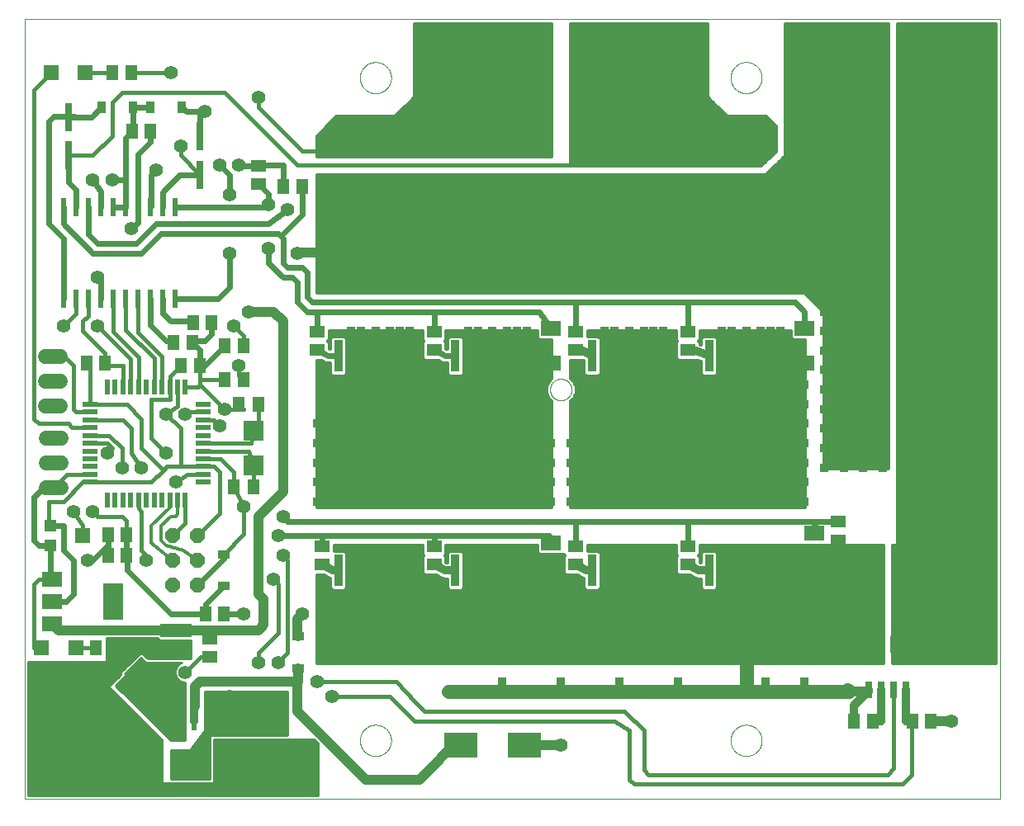
<source format=gtl>
G75*
%MOIN*%
%OFA0B0*%
%FSLAX25Y25*%
%IPPOS*%
%LPD*%
%AMOC8*
5,1,8,0,0,1.08239X$1,22.5*
%
%ADD10C,0.00000*%
%ADD11R,0.02100X0.07800*%
%ADD12R,0.03543X0.12598*%
%ADD13R,0.42520X0.32087*%
%ADD14R,0.06299X0.05118*%
%ADD15R,0.05118X0.06299*%
%ADD16R,0.03583X0.04803*%
%ADD17R,0.08268X0.05906*%
%ADD18R,0.02200X0.07800*%
%ADD19R,0.04803X0.03583*%
%ADD20R,0.05906X0.05118*%
%ADD21R,0.05118X0.05906*%
%ADD22R,0.01969X0.05906*%
%ADD23R,0.05906X0.01969*%
%ADD24OC8,0.06000*%
%ADD25C,0.06000*%
%ADD26R,0.07900X0.05900*%
%ADD27R,0.07900X0.15000*%
%ADD28R,0.06299X0.05906*%
%ADD29R,0.04724X0.04724*%
%ADD30R,0.09843X0.15748*%
%ADD31R,0.12600X0.05700*%
%ADD32C,0.23000*%
%ADD33R,0.07087X0.12598*%
%ADD34R,0.02835X0.07008*%
%ADD35R,0.06150X0.06150*%
%ADD36C,0.06150*%
%ADD37R,0.03000X0.11300*%
%ADD38R,0.05906X0.05906*%
%ADD39R,0.07874X0.07874*%
%ADD40R,0.13780X0.09843*%
%ADD41R,0.06299X0.13780*%
%ADD42C,0.01600*%
%ADD43R,0.03562X0.03562*%
%ADD44C,0.04000*%
%ADD45C,0.02400*%
%ADD46C,0.05600*%
%ADD47C,0.03200*%
%ADD48C,0.05600*%
%ADD49C,0.01000*%
%ADD50C,0.01200*%
D10*
X0001800Y0001800D02*
X0001800Y0316761D01*
X0395501Y0316761D01*
X0395501Y0001800D01*
X0001800Y0001800D01*
X0137233Y0025422D02*
X0137235Y0025580D01*
X0137241Y0025738D01*
X0137251Y0025896D01*
X0137265Y0026054D01*
X0137283Y0026211D01*
X0137304Y0026368D01*
X0137330Y0026524D01*
X0137360Y0026680D01*
X0137393Y0026835D01*
X0137431Y0026988D01*
X0137472Y0027141D01*
X0137517Y0027293D01*
X0137566Y0027444D01*
X0137619Y0027593D01*
X0137675Y0027741D01*
X0137735Y0027887D01*
X0137799Y0028032D01*
X0137867Y0028175D01*
X0137938Y0028317D01*
X0138012Y0028457D01*
X0138090Y0028594D01*
X0138172Y0028730D01*
X0138256Y0028864D01*
X0138345Y0028995D01*
X0138436Y0029124D01*
X0138531Y0029251D01*
X0138628Y0029376D01*
X0138729Y0029498D01*
X0138833Y0029617D01*
X0138940Y0029734D01*
X0139050Y0029848D01*
X0139163Y0029959D01*
X0139278Y0030068D01*
X0139396Y0030173D01*
X0139517Y0030275D01*
X0139640Y0030375D01*
X0139766Y0030471D01*
X0139894Y0030564D01*
X0140024Y0030654D01*
X0140157Y0030740D01*
X0140292Y0030824D01*
X0140428Y0030903D01*
X0140567Y0030980D01*
X0140708Y0031052D01*
X0140850Y0031122D01*
X0140994Y0031187D01*
X0141140Y0031249D01*
X0141287Y0031307D01*
X0141436Y0031362D01*
X0141586Y0031413D01*
X0141737Y0031460D01*
X0141889Y0031503D01*
X0142042Y0031542D01*
X0142197Y0031578D01*
X0142352Y0031609D01*
X0142508Y0031637D01*
X0142664Y0031661D01*
X0142821Y0031681D01*
X0142979Y0031697D01*
X0143136Y0031709D01*
X0143295Y0031717D01*
X0143453Y0031721D01*
X0143611Y0031721D01*
X0143769Y0031717D01*
X0143928Y0031709D01*
X0144085Y0031697D01*
X0144243Y0031681D01*
X0144400Y0031661D01*
X0144556Y0031637D01*
X0144712Y0031609D01*
X0144867Y0031578D01*
X0145022Y0031542D01*
X0145175Y0031503D01*
X0145327Y0031460D01*
X0145478Y0031413D01*
X0145628Y0031362D01*
X0145777Y0031307D01*
X0145924Y0031249D01*
X0146070Y0031187D01*
X0146214Y0031122D01*
X0146356Y0031052D01*
X0146497Y0030980D01*
X0146636Y0030903D01*
X0146772Y0030824D01*
X0146907Y0030740D01*
X0147040Y0030654D01*
X0147170Y0030564D01*
X0147298Y0030471D01*
X0147424Y0030375D01*
X0147547Y0030275D01*
X0147668Y0030173D01*
X0147786Y0030068D01*
X0147901Y0029959D01*
X0148014Y0029848D01*
X0148124Y0029734D01*
X0148231Y0029617D01*
X0148335Y0029498D01*
X0148436Y0029376D01*
X0148533Y0029251D01*
X0148628Y0029124D01*
X0148719Y0028995D01*
X0148808Y0028864D01*
X0148892Y0028730D01*
X0148974Y0028594D01*
X0149052Y0028457D01*
X0149126Y0028317D01*
X0149197Y0028175D01*
X0149265Y0028032D01*
X0149329Y0027887D01*
X0149389Y0027741D01*
X0149445Y0027593D01*
X0149498Y0027444D01*
X0149547Y0027293D01*
X0149592Y0027141D01*
X0149633Y0026988D01*
X0149671Y0026835D01*
X0149704Y0026680D01*
X0149734Y0026524D01*
X0149760Y0026368D01*
X0149781Y0026211D01*
X0149799Y0026054D01*
X0149813Y0025896D01*
X0149823Y0025738D01*
X0149829Y0025580D01*
X0149831Y0025422D01*
X0149829Y0025264D01*
X0149823Y0025106D01*
X0149813Y0024948D01*
X0149799Y0024790D01*
X0149781Y0024633D01*
X0149760Y0024476D01*
X0149734Y0024320D01*
X0149704Y0024164D01*
X0149671Y0024009D01*
X0149633Y0023856D01*
X0149592Y0023703D01*
X0149547Y0023551D01*
X0149498Y0023400D01*
X0149445Y0023251D01*
X0149389Y0023103D01*
X0149329Y0022957D01*
X0149265Y0022812D01*
X0149197Y0022669D01*
X0149126Y0022527D01*
X0149052Y0022387D01*
X0148974Y0022250D01*
X0148892Y0022114D01*
X0148808Y0021980D01*
X0148719Y0021849D01*
X0148628Y0021720D01*
X0148533Y0021593D01*
X0148436Y0021468D01*
X0148335Y0021346D01*
X0148231Y0021227D01*
X0148124Y0021110D01*
X0148014Y0020996D01*
X0147901Y0020885D01*
X0147786Y0020776D01*
X0147668Y0020671D01*
X0147547Y0020569D01*
X0147424Y0020469D01*
X0147298Y0020373D01*
X0147170Y0020280D01*
X0147040Y0020190D01*
X0146907Y0020104D01*
X0146772Y0020020D01*
X0146636Y0019941D01*
X0146497Y0019864D01*
X0146356Y0019792D01*
X0146214Y0019722D01*
X0146070Y0019657D01*
X0145924Y0019595D01*
X0145777Y0019537D01*
X0145628Y0019482D01*
X0145478Y0019431D01*
X0145327Y0019384D01*
X0145175Y0019341D01*
X0145022Y0019302D01*
X0144867Y0019266D01*
X0144712Y0019235D01*
X0144556Y0019207D01*
X0144400Y0019183D01*
X0144243Y0019163D01*
X0144085Y0019147D01*
X0143928Y0019135D01*
X0143769Y0019127D01*
X0143611Y0019123D01*
X0143453Y0019123D01*
X0143295Y0019127D01*
X0143136Y0019135D01*
X0142979Y0019147D01*
X0142821Y0019163D01*
X0142664Y0019183D01*
X0142508Y0019207D01*
X0142352Y0019235D01*
X0142197Y0019266D01*
X0142042Y0019302D01*
X0141889Y0019341D01*
X0141737Y0019384D01*
X0141586Y0019431D01*
X0141436Y0019482D01*
X0141287Y0019537D01*
X0141140Y0019595D01*
X0140994Y0019657D01*
X0140850Y0019722D01*
X0140708Y0019792D01*
X0140567Y0019864D01*
X0140428Y0019941D01*
X0140292Y0020020D01*
X0140157Y0020104D01*
X0140024Y0020190D01*
X0139894Y0020280D01*
X0139766Y0020373D01*
X0139640Y0020469D01*
X0139517Y0020569D01*
X0139396Y0020671D01*
X0139278Y0020776D01*
X0139163Y0020885D01*
X0139050Y0020996D01*
X0138940Y0021110D01*
X0138833Y0021227D01*
X0138729Y0021346D01*
X0138628Y0021468D01*
X0138531Y0021593D01*
X0138436Y0021720D01*
X0138345Y0021849D01*
X0138256Y0021980D01*
X0138172Y0022114D01*
X0138090Y0022250D01*
X0138012Y0022387D01*
X0137938Y0022527D01*
X0137867Y0022669D01*
X0137799Y0022812D01*
X0137735Y0022957D01*
X0137675Y0023103D01*
X0137619Y0023251D01*
X0137566Y0023400D01*
X0137517Y0023551D01*
X0137472Y0023703D01*
X0137431Y0023856D01*
X0137393Y0024009D01*
X0137360Y0024164D01*
X0137330Y0024320D01*
X0137304Y0024476D01*
X0137283Y0024633D01*
X0137265Y0024790D01*
X0137251Y0024948D01*
X0137241Y0025106D01*
X0137235Y0025264D01*
X0137233Y0025422D01*
X0286840Y0025422D02*
X0286842Y0025580D01*
X0286848Y0025738D01*
X0286858Y0025896D01*
X0286872Y0026054D01*
X0286890Y0026211D01*
X0286911Y0026368D01*
X0286937Y0026524D01*
X0286967Y0026680D01*
X0287000Y0026835D01*
X0287038Y0026988D01*
X0287079Y0027141D01*
X0287124Y0027293D01*
X0287173Y0027444D01*
X0287226Y0027593D01*
X0287282Y0027741D01*
X0287342Y0027887D01*
X0287406Y0028032D01*
X0287474Y0028175D01*
X0287545Y0028317D01*
X0287619Y0028457D01*
X0287697Y0028594D01*
X0287779Y0028730D01*
X0287863Y0028864D01*
X0287952Y0028995D01*
X0288043Y0029124D01*
X0288138Y0029251D01*
X0288235Y0029376D01*
X0288336Y0029498D01*
X0288440Y0029617D01*
X0288547Y0029734D01*
X0288657Y0029848D01*
X0288770Y0029959D01*
X0288885Y0030068D01*
X0289003Y0030173D01*
X0289124Y0030275D01*
X0289247Y0030375D01*
X0289373Y0030471D01*
X0289501Y0030564D01*
X0289631Y0030654D01*
X0289764Y0030740D01*
X0289899Y0030824D01*
X0290035Y0030903D01*
X0290174Y0030980D01*
X0290315Y0031052D01*
X0290457Y0031122D01*
X0290601Y0031187D01*
X0290747Y0031249D01*
X0290894Y0031307D01*
X0291043Y0031362D01*
X0291193Y0031413D01*
X0291344Y0031460D01*
X0291496Y0031503D01*
X0291649Y0031542D01*
X0291804Y0031578D01*
X0291959Y0031609D01*
X0292115Y0031637D01*
X0292271Y0031661D01*
X0292428Y0031681D01*
X0292586Y0031697D01*
X0292743Y0031709D01*
X0292902Y0031717D01*
X0293060Y0031721D01*
X0293218Y0031721D01*
X0293376Y0031717D01*
X0293535Y0031709D01*
X0293692Y0031697D01*
X0293850Y0031681D01*
X0294007Y0031661D01*
X0294163Y0031637D01*
X0294319Y0031609D01*
X0294474Y0031578D01*
X0294629Y0031542D01*
X0294782Y0031503D01*
X0294934Y0031460D01*
X0295085Y0031413D01*
X0295235Y0031362D01*
X0295384Y0031307D01*
X0295531Y0031249D01*
X0295677Y0031187D01*
X0295821Y0031122D01*
X0295963Y0031052D01*
X0296104Y0030980D01*
X0296243Y0030903D01*
X0296379Y0030824D01*
X0296514Y0030740D01*
X0296647Y0030654D01*
X0296777Y0030564D01*
X0296905Y0030471D01*
X0297031Y0030375D01*
X0297154Y0030275D01*
X0297275Y0030173D01*
X0297393Y0030068D01*
X0297508Y0029959D01*
X0297621Y0029848D01*
X0297731Y0029734D01*
X0297838Y0029617D01*
X0297942Y0029498D01*
X0298043Y0029376D01*
X0298140Y0029251D01*
X0298235Y0029124D01*
X0298326Y0028995D01*
X0298415Y0028864D01*
X0298499Y0028730D01*
X0298581Y0028594D01*
X0298659Y0028457D01*
X0298733Y0028317D01*
X0298804Y0028175D01*
X0298872Y0028032D01*
X0298936Y0027887D01*
X0298996Y0027741D01*
X0299052Y0027593D01*
X0299105Y0027444D01*
X0299154Y0027293D01*
X0299199Y0027141D01*
X0299240Y0026988D01*
X0299278Y0026835D01*
X0299311Y0026680D01*
X0299341Y0026524D01*
X0299367Y0026368D01*
X0299388Y0026211D01*
X0299406Y0026054D01*
X0299420Y0025896D01*
X0299430Y0025738D01*
X0299436Y0025580D01*
X0299438Y0025422D01*
X0299436Y0025264D01*
X0299430Y0025106D01*
X0299420Y0024948D01*
X0299406Y0024790D01*
X0299388Y0024633D01*
X0299367Y0024476D01*
X0299341Y0024320D01*
X0299311Y0024164D01*
X0299278Y0024009D01*
X0299240Y0023856D01*
X0299199Y0023703D01*
X0299154Y0023551D01*
X0299105Y0023400D01*
X0299052Y0023251D01*
X0298996Y0023103D01*
X0298936Y0022957D01*
X0298872Y0022812D01*
X0298804Y0022669D01*
X0298733Y0022527D01*
X0298659Y0022387D01*
X0298581Y0022250D01*
X0298499Y0022114D01*
X0298415Y0021980D01*
X0298326Y0021849D01*
X0298235Y0021720D01*
X0298140Y0021593D01*
X0298043Y0021468D01*
X0297942Y0021346D01*
X0297838Y0021227D01*
X0297731Y0021110D01*
X0297621Y0020996D01*
X0297508Y0020885D01*
X0297393Y0020776D01*
X0297275Y0020671D01*
X0297154Y0020569D01*
X0297031Y0020469D01*
X0296905Y0020373D01*
X0296777Y0020280D01*
X0296647Y0020190D01*
X0296514Y0020104D01*
X0296379Y0020020D01*
X0296243Y0019941D01*
X0296104Y0019864D01*
X0295963Y0019792D01*
X0295821Y0019722D01*
X0295677Y0019657D01*
X0295531Y0019595D01*
X0295384Y0019537D01*
X0295235Y0019482D01*
X0295085Y0019431D01*
X0294934Y0019384D01*
X0294782Y0019341D01*
X0294629Y0019302D01*
X0294474Y0019266D01*
X0294319Y0019235D01*
X0294163Y0019207D01*
X0294007Y0019183D01*
X0293850Y0019163D01*
X0293692Y0019147D01*
X0293535Y0019135D01*
X0293376Y0019127D01*
X0293218Y0019123D01*
X0293060Y0019123D01*
X0292902Y0019127D01*
X0292743Y0019135D01*
X0292586Y0019147D01*
X0292428Y0019163D01*
X0292271Y0019183D01*
X0292115Y0019207D01*
X0291959Y0019235D01*
X0291804Y0019266D01*
X0291649Y0019302D01*
X0291496Y0019341D01*
X0291344Y0019384D01*
X0291193Y0019431D01*
X0291043Y0019482D01*
X0290894Y0019537D01*
X0290747Y0019595D01*
X0290601Y0019657D01*
X0290457Y0019722D01*
X0290315Y0019792D01*
X0290174Y0019864D01*
X0290035Y0019941D01*
X0289899Y0020020D01*
X0289764Y0020104D01*
X0289631Y0020190D01*
X0289501Y0020280D01*
X0289373Y0020373D01*
X0289247Y0020469D01*
X0289124Y0020569D01*
X0289003Y0020671D01*
X0288885Y0020776D01*
X0288770Y0020885D01*
X0288657Y0020996D01*
X0288547Y0021110D01*
X0288440Y0021227D01*
X0288336Y0021346D01*
X0288235Y0021468D01*
X0288138Y0021593D01*
X0288043Y0021720D01*
X0287952Y0021849D01*
X0287863Y0021980D01*
X0287779Y0022114D01*
X0287697Y0022250D01*
X0287619Y0022387D01*
X0287545Y0022527D01*
X0287474Y0022669D01*
X0287406Y0022812D01*
X0287342Y0022957D01*
X0287282Y0023103D01*
X0287226Y0023251D01*
X0287173Y0023400D01*
X0287124Y0023551D01*
X0287079Y0023703D01*
X0287038Y0023856D01*
X0287000Y0024009D01*
X0286967Y0024164D01*
X0286937Y0024320D01*
X0286911Y0024476D01*
X0286890Y0024633D01*
X0286872Y0024790D01*
X0286858Y0024948D01*
X0286848Y0025106D01*
X0286842Y0025264D01*
X0286840Y0025422D01*
X0214004Y0167154D02*
X0214006Y0167285D01*
X0214012Y0167417D01*
X0214022Y0167548D01*
X0214036Y0167679D01*
X0214054Y0167809D01*
X0214076Y0167938D01*
X0214101Y0168067D01*
X0214131Y0168195D01*
X0214165Y0168322D01*
X0214202Y0168449D01*
X0214243Y0168573D01*
X0214288Y0168697D01*
X0214337Y0168819D01*
X0214389Y0168940D01*
X0214445Y0169058D01*
X0214505Y0169176D01*
X0214568Y0169291D01*
X0214635Y0169404D01*
X0214705Y0169516D01*
X0214778Y0169625D01*
X0214854Y0169731D01*
X0214934Y0169836D01*
X0215017Y0169938D01*
X0215103Y0170037D01*
X0215192Y0170134D01*
X0215284Y0170228D01*
X0215379Y0170319D01*
X0215476Y0170408D01*
X0215576Y0170493D01*
X0215679Y0170575D01*
X0215784Y0170654D01*
X0215891Y0170730D01*
X0216001Y0170802D01*
X0216113Y0170871D01*
X0216227Y0170937D01*
X0216342Y0170999D01*
X0216460Y0171058D01*
X0216579Y0171113D01*
X0216700Y0171165D01*
X0216823Y0171212D01*
X0216947Y0171256D01*
X0217072Y0171297D01*
X0217198Y0171333D01*
X0217326Y0171366D01*
X0217454Y0171394D01*
X0217583Y0171419D01*
X0217713Y0171440D01*
X0217843Y0171457D01*
X0217974Y0171470D01*
X0218105Y0171479D01*
X0218236Y0171484D01*
X0218368Y0171485D01*
X0218499Y0171482D01*
X0218631Y0171475D01*
X0218762Y0171464D01*
X0218892Y0171449D01*
X0219022Y0171430D01*
X0219152Y0171407D01*
X0219280Y0171381D01*
X0219408Y0171350D01*
X0219535Y0171315D01*
X0219661Y0171277D01*
X0219785Y0171235D01*
X0219909Y0171189D01*
X0220030Y0171139D01*
X0220150Y0171086D01*
X0220269Y0171029D01*
X0220386Y0170969D01*
X0220500Y0170905D01*
X0220613Y0170837D01*
X0220724Y0170766D01*
X0220833Y0170692D01*
X0220939Y0170615D01*
X0221043Y0170534D01*
X0221144Y0170451D01*
X0221243Y0170364D01*
X0221339Y0170274D01*
X0221432Y0170181D01*
X0221523Y0170086D01*
X0221610Y0169988D01*
X0221695Y0169887D01*
X0221776Y0169784D01*
X0221854Y0169678D01*
X0221929Y0169570D01*
X0222001Y0169460D01*
X0222069Y0169348D01*
X0222134Y0169234D01*
X0222195Y0169117D01*
X0222253Y0168999D01*
X0222307Y0168879D01*
X0222358Y0168758D01*
X0222405Y0168635D01*
X0222448Y0168511D01*
X0222487Y0168386D01*
X0222523Y0168259D01*
X0222554Y0168131D01*
X0222582Y0168003D01*
X0222606Y0167874D01*
X0222626Y0167744D01*
X0222642Y0167613D01*
X0222654Y0167482D01*
X0222662Y0167351D01*
X0222666Y0167220D01*
X0222666Y0167088D01*
X0222662Y0166957D01*
X0222654Y0166826D01*
X0222642Y0166695D01*
X0222626Y0166564D01*
X0222606Y0166434D01*
X0222582Y0166305D01*
X0222554Y0166177D01*
X0222523Y0166049D01*
X0222487Y0165922D01*
X0222448Y0165797D01*
X0222405Y0165673D01*
X0222358Y0165550D01*
X0222307Y0165429D01*
X0222253Y0165309D01*
X0222195Y0165191D01*
X0222134Y0165074D01*
X0222069Y0164960D01*
X0222001Y0164848D01*
X0221929Y0164738D01*
X0221854Y0164630D01*
X0221776Y0164524D01*
X0221695Y0164421D01*
X0221610Y0164320D01*
X0221523Y0164222D01*
X0221432Y0164127D01*
X0221339Y0164034D01*
X0221243Y0163944D01*
X0221144Y0163857D01*
X0221043Y0163774D01*
X0220939Y0163693D01*
X0220833Y0163616D01*
X0220724Y0163542D01*
X0220613Y0163471D01*
X0220501Y0163403D01*
X0220386Y0163339D01*
X0220269Y0163279D01*
X0220150Y0163222D01*
X0220030Y0163169D01*
X0219909Y0163119D01*
X0219785Y0163073D01*
X0219661Y0163031D01*
X0219535Y0162993D01*
X0219408Y0162958D01*
X0219280Y0162927D01*
X0219152Y0162901D01*
X0219022Y0162878D01*
X0218892Y0162859D01*
X0218762Y0162844D01*
X0218631Y0162833D01*
X0218499Y0162826D01*
X0218368Y0162823D01*
X0218236Y0162824D01*
X0218105Y0162829D01*
X0217974Y0162838D01*
X0217843Y0162851D01*
X0217713Y0162868D01*
X0217583Y0162889D01*
X0217454Y0162914D01*
X0217326Y0162942D01*
X0217198Y0162975D01*
X0217072Y0163011D01*
X0216947Y0163052D01*
X0216823Y0163096D01*
X0216700Y0163143D01*
X0216579Y0163195D01*
X0216460Y0163250D01*
X0216342Y0163309D01*
X0216227Y0163371D01*
X0216113Y0163437D01*
X0216001Y0163506D01*
X0215891Y0163578D01*
X0215784Y0163654D01*
X0215679Y0163733D01*
X0215576Y0163815D01*
X0215476Y0163900D01*
X0215379Y0163989D01*
X0215284Y0164080D01*
X0215192Y0164174D01*
X0215103Y0164271D01*
X0215017Y0164370D01*
X0214934Y0164472D01*
X0214854Y0164577D01*
X0214778Y0164683D01*
X0214705Y0164792D01*
X0214635Y0164904D01*
X0214568Y0165017D01*
X0214505Y0165132D01*
X0214445Y0165250D01*
X0214389Y0165368D01*
X0214337Y0165489D01*
X0214288Y0165611D01*
X0214243Y0165735D01*
X0214202Y0165859D01*
X0214165Y0165986D01*
X0214131Y0166113D01*
X0214101Y0166241D01*
X0214076Y0166370D01*
X0214054Y0166499D01*
X0214036Y0166629D01*
X0214022Y0166760D01*
X0214012Y0166891D01*
X0214006Y0167023D01*
X0214004Y0167154D01*
X0137233Y0293139D02*
X0137235Y0293297D01*
X0137241Y0293455D01*
X0137251Y0293613D01*
X0137265Y0293771D01*
X0137283Y0293928D01*
X0137304Y0294085D01*
X0137330Y0294241D01*
X0137360Y0294397D01*
X0137393Y0294552D01*
X0137431Y0294705D01*
X0137472Y0294858D01*
X0137517Y0295010D01*
X0137566Y0295161D01*
X0137619Y0295310D01*
X0137675Y0295458D01*
X0137735Y0295604D01*
X0137799Y0295749D01*
X0137867Y0295892D01*
X0137938Y0296034D01*
X0138012Y0296174D01*
X0138090Y0296311D01*
X0138172Y0296447D01*
X0138256Y0296581D01*
X0138345Y0296712D01*
X0138436Y0296841D01*
X0138531Y0296968D01*
X0138628Y0297093D01*
X0138729Y0297215D01*
X0138833Y0297334D01*
X0138940Y0297451D01*
X0139050Y0297565D01*
X0139163Y0297676D01*
X0139278Y0297785D01*
X0139396Y0297890D01*
X0139517Y0297992D01*
X0139640Y0298092D01*
X0139766Y0298188D01*
X0139894Y0298281D01*
X0140024Y0298371D01*
X0140157Y0298457D01*
X0140292Y0298541D01*
X0140428Y0298620D01*
X0140567Y0298697D01*
X0140708Y0298769D01*
X0140850Y0298839D01*
X0140994Y0298904D01*
X0141140Y0298966D01*
X0141287Y0299024D01*
X0141436Y0299079D01*
X0141586Y0299130D01*
X0141737Y0299177D01*
X0141889Y0299220D01*
X0142042Y0299259D01*
X0142197Y0299295D01*
X0142352Y0299326D01*
X0142508Y0299354D01*
X0142664Y0299378D01*
X0142821Y0299398D01*
X0142979Y0299414D01*
X0143136Y0299426D01*
X0143295Y0299434D01*
X0143453Y0299438D01*
X0143611Y0299438D01*
X0143769Y0299434D01*
X0143928Y0299426D01*
X0144085Y0299414D01*
X0144243Y0299398D01*
X0144400Y0299378D01*
X0144556Y0299354D01*
X0144712Y0299326D01*
X0144867Y0299295D01*
X0145022Y0299259D01*
X0145175Y0299220D01*
X0145327Y0299177D01*
X0145478Y0299130D01*
X0145628Y0299079D01*
X0145777Y0299024D01*
X0145924Y0298966D01*
X0146070Y0298904D01*
X0146214Y0298839D01*
X0146356Y0298769D01*
X0146497Y0298697D01*
X0146636Y0298620D01*
X0146772Y0298541D01*
X0146907Y0298457D01*
X0147040Y0298371D01*
X0147170Y0298281D01*
X0147298Y0298188D01*
X0147424Y0298092D01*
X0147547Y0297992D01*
X0147668Y0297890D01*
X0147786Y0297785D01*
X0147901Y0297676D01*
X0148014Y0297565D01*
X0148124Y0297451D01*
X0148231Y0297334D01*
X0148335Y0297215D01*
X0148436Y0297093D01*
X0148533Y0296968D01*
X0148628Y0296841D01*
X0148719Y0296712D01*
X0148808Y0296581D01*
X0148892Y0296447D01*
X0148974Y0296311D01*
X0149052Y0296174D01*
X0149126Y0296034D01*
X0149197Y0295892D01*
X0149265Y0295749D01*
X0149329Y0295604D01*
X0149389Y0295458D01*
X0149445Y0295310D01*
X0149498Y0295161D01*
X0149547Y0295010D01*
X0149592Y0294858D01*
X0149633Y0294705D01*
X0149671Y0294552D01*
X0149704Y0294397D01*
X0149734Y0294241D01*
X0149760Y0294085D01*
X0149781Y0293928D01*
X0149799Y0293771D01*
X0149813Y0293613D01*
X0149823Y0293455D01*
X0149829Y0293297D01*
X0149831Y0293139D01*
X0149829Y0292981D01*
X0149823Y0292823D01*
X0149813Y0292665D01*
X0149799Y0292507D01*
X0149781Y0292350D01*
X0149760Y0292193D01*
X0149734Y0292037D01*
X0149704Y0291881D01*
X0149671Y0291726D01*
X0149633Y0291573D01*
X0149592Y0291420D01*
X0149547Y0291268D01*
X0149498Y0291117D01*
X0149445Y0290968D01*
X0149389Y0290820D01*
X0149329Y0290674D01*
X0149265Y0290529D01*
X0149197Y0290386D01*
X0149126Y0290244D01*
X0149052Y0290104D01*
X0148974Y0289967D01*
X0148892Y0289831D01*
X0148808Y0289697D01*
X0148719Y0289566D01*
X0148628Y0289437D01*
X0148533Y0289310D01*
X0148436Y0289185D01*
X0148335Y0289063D01*
X0148231Y0288944D01*
X0148124Y0288827D01*
X0148014Y0288713D01*
X0147901Y0288602D01*
X0147786Y0288493D01*
X0147668Y0288388D01*
X0147547Y0288286D01*
X0147424Y0288186D01*
X0147298Y0288090D01*
X0147170Y0287997D01*
X0147040Y0287907D01*
X0146907Y0287821D01*
X0146772Y0287737D01*
X0146636Y0287658D01*
X0146497Y0287581D01*
X0146356Y0287509D01*
X0146214Y0287439D01*
X0146070Y0287374D01*
X0145924Y0287312D01*
X0145777Y0287254D01*
X0145628Y0287199D01*
X0145478Y0287148D01*
X0145327Y0287101D01*
X0145175Y0287058D01*
X0145022Y0287019D01*
X0144867Y0286983D01*
X0144712Y0286952D01*
X0144556Y0286924D01*
X0144400Y0286900D01*
X0144243Y0286880D01*
X0144085Y0286864D01*
X0143928Y0286852D01*
X0143769Y0286844D01*
X0143611Y0286840D01*
X0143453Y0286840D01*
X0143295Y0286844D01*
X0143136Y0286852D01*
X0142979Y0286864D01*
X0142821Y0286880D01*
X0142664Y0286900D01*
X0142508Y0286924D01*
X0142352Y0286952D01*
X0142197Y0286983D01*
X0142042Y0287019D01*
X0141889Y0287058D01*
X0141737Y0287101D01*
X0141586Y0287148D01*
X0141436Y0287199D01*
X0141287Y0287254D01*
X0141140Y0287312D01*
X0140994Y0287374D01*
X0140850Y0287439D01*
X0140708Y0287509D01*
X0140567Y0287581D01*
X0140428Y0287658D01*
X0140292Y0287737D01*
X0140157Y0287821D01*
X0140024Y0287907D01*
X0139894Y0287997D01*
X0139766Y0288090D01*
X0139640Y0288186D01*
X0139517Y0288286D01*
X0139396Y0288388D01*
X0139278Y0288493D01*
X0139163Y0288602D01*
X0139050Y0288713D01*
X0138940Y0288827D01*
X0138833Y0288944D01*
X0138729Y0289063D01*
X0138628Y0289185D01*
X0138531Y0289310D01*
X0138436Y0289437D01*
X0138345Y0289566D01*
X0138256Y0289697D01*
X0138172Y0289831D01*
X0138090Y0289967D01*
X0138012Y0290104D01*
X0137938Y0290244D01*
X0137867Y0290386D01*
X0137799Y0290529D01*
X0137735Y0290674D01*
X0137675Y0290820D01*
X0137619Y0290968D01*
X0137566Y0291117D01*
X0137517Y0291268D01*
X0137472Y0291420D01*
X0137431Y0291573D01*
X0137393Y0291726D01*
X0137360Y0291881D01*
X0137330Y0292037D01*
X0137304Y0292193D01*
X0137283Y0292350D01*
X0137265Y0292507D01*
X0137251Y0292665D01*
X0137241Y0292823D01*
X0137235Y0292981D01*
X0137233Y0293139D01*
X0286840Y0293139D02*
X0286842Y0293297D01*
X0286848Y0293455D01*
X0286858Y0293613D01*
X0286872Y0293771D01*
X0286890Y0293928D01*
X0286911Y0294085D01*
X0286937Y0294241D01*
X0286967Y0294397D01*
X0287000Y0294552D01*
X0287038Y0294705D01*
X0287079Y0294858D01*
X0287124Y0295010D01*
X0287173Y0295161D01*
X0287226Y0295310D01*
X0287282Y0295458D01*
X0287342Y0295604D01*
X0287406Y0295749D01*
X0287474Y0295892D01*
X0287545Y0296034D01*
X0287619Y0296174D01*
X0287697Y0296311D01*
X0287779Y0296447D01*
X0287863Y0296581D01*
X0287952Y0296712D01*
X0288043Y0296841D01*
X0288138Y0296968D01*
X0288235Y0297093D01*
X0288336Y0297215D01*
X0288440Y0297334D01*
X0288547Y0297451D01*
X0288657Y0297565D01*
X0288770Y0297676D01*
X0288885Y0297785D01*
X0289003Y0297890D01*
X0289124Y0297992D01*
X0289247Y0298092D01*
X0289373Y0298188D01*
X0289501Y0298281D01*
X0289631Y0298371D01*
X0289764Y0298457D01*
X0289899Y0298541D01*
X0290035Y0298620D01*
X0290174Y0298697D01*
X0290315Y0298769D01*
X0290457Y0298839D01*
X0290601Y0298904D01*
X0290747Y0298966D01*
X0290894Y0299024D01*
X0291043Y0299079D01*
X0291193Y0299130D01*
X0291344Y0299177D01*
X0291496Y0299220D01*
X0291649Y0299259D01*
X0291804Y0299295D01*
X0291959Y0299326D01*
X0292115Y0299354D01*
X0292271Y0299378D01*
X0292428Y0299398D01*
X0292586Y0299414D01*
X0292743Y0299426D01*
X0292902Y0299434D01*
X0293060Y0299438D01*
X0293218Y0299438D01*
X0293376Y0299434D01*
X0293535Y0299426D01*
X0293692Y0299414D01*
X0293850Y0299398D01*
X0294007Y0299378D01*
X0294163Y0299354D01*
X0294319Y0299326D01*
X0294474Y0299295D01*
X0294629Y0299259D01*
X0294782Y0299220D01*
X0294934Y0299177D01*
X0295085Y0299130D01*
X0295235Y0299079D01*
X0295384Y0299024D01*
X0295531Y0298966D01*
X0295677Y0298904D01*
X0295821Y0298839D01*
X0295963Y0298769D01*
X0296104Y0298697D01*
X0296243Y0298620D01*
X0296379Y0298541D01*
X0296514Y0298457D01*
X0296647Y0298371D01*
X0296777Y0298281D01*
X0296905Y0298188D01*
X0297031Y0298092D01*
X0297154Y0297992D01*
X0297275Y0297890D01*
X0297393Y0297785D01*
X0297508Y0297676D01*
X0297621Y0297565D01*
X0297731Y0297451D01*
X0297838Y0297334D01*
X0297942Y0297215D01*
X0298043Y0297093D01*
X0298140Y0296968D01*
X0298235Y0296841D01*
X0298326Y0296712D01*
X0298415Y0296581D01*
X0298499Y0296447D01*
X0298581Y0296311D01*
X0298659Y0296174D01*
X0298733Y0296034D01*
X0298804Y0295892D01*
X0298872Y0295749D01*
X0298936Y0295604D01*
X0298996Y0295458D01*
X0299052Y0295310D01*
X0299105Y0295161D01*
X0299154Y0295010D01*
X0299199Y0294858D01*
X0299240Y0294705D01*
X0299278Y0294552D01*
X0299311Y0294397D01*
X0299341Y0294241D01*
X0299367Y0294085D01*
X0299388Y0293928D01*
X0299406Y0293771D01*
X0299420Y0293613D01*
X0299430Y0293455D01*
X0299436Y0293297D01*
X0299438Y0293139D01*
X0299436Y0292981D01*
X0299430Y0292823D01*
X0299420Y0292665D01*
X0299406Y0292507D01*
X0299388Y0292350D01*
X0299367Y0292193D01*
X0299341Y0292037D01*
X0299311Y0291881D01*
X0299278Y0291726D01*
X0299240Y0291573D01*
X0299199Y0291420D01*
X0299154Y0291268D01*
X0299105Y0291117D01*
X0299052Y0290968D01*
X0298996Y0290820D01*
X0298936Y0290674D01*
X0298872Y0290529D01*
X0298804Y0290386D01*
X0298733Y0290244D01*
X0298659Y0290104D01*
X0298581Y0289967D01*
X0298499Y0289831D01*
X0298415Y0289697D01*
X0298326Y0289566D01*
X0298235Y0289437D01*
X0298140Y0289310D01*
X0298043Y0289185D01*
X0297942Y0289063D01*
X0297838Y0288944D01*
X0297731Y0288827D01*
X0297621Y0288713D01*
X0297508Y0288602D01*
X0297393Y0288493D01*
X0297275Y0288388D01*
X0297154Y0288286D01*
X0297031Y0288186D01*
X0296905Y0288090D01*
X0296777Y0287997D01*
X0296647Y0287907D01*
X0296514Y0287821D01*
X0296379Y0287737D01*
X0296243Y0287658D01*
X0296104Y0287581D01*
X0295963Y0287509D01*
X0295821Y0287439D01*
X0295677Y0287374D01*
X0295531Y0287312D01*
X0295384Y0287254D01*
X0295235Y0287199D01*
X0295085Y0287148D01*
X0294934Y0287101D01*
X0294782Y0287058D01*
X0294629Y0287019D01*
X0294474Y0286983D01*
X0294319Y0286952D01*
X0294163Y0286924D01*
X0294007Y0286900D01*
X0293850Y0286880D01*
X0293692Y0286864D01*
X0293535Y0286852D01*
X0293376Y0286844D01*
X0293218Y0286840D01*
X0293060Y0286840D01*
X0292902Y0286844D01*
X0292743Y0286852D01*
X0292586Y0286864D01*
X0292428Y0286880D01*
X0292271Y0286900D01*
X0292115Y0286924D01*
X0291959Y0286952D01*
X0291804Y0286983D01*
X0291649Y0287019D01*
X0291496Y0287058D01*
X0291344Y0287101D01*
X0291193Y0287148D01*
X0291043Y0287199D01*
X0290894Y0287254D01*
X0290747Y0287312D01*
X0290601Y0287374D01*
X0290457Y0287439D01*
X0290315Y0287509D01*
X0290174Y0287581D01*
X0290035Y0287658D01*
X0289899Y0287737D01*
X0289764Y0287821D01*
X0289631Y0287907D01*
X0289501Y0287997D01*
X0289373Y0288090D01*
X0289247Y0288186D01*
X0289124Y0288286D01*
X0289003Y0288388D01*
X0288885Y0288493D01*
X0288770Y0288602D01*
X0288657Y0288713D01*
X0288547Y0288827D01*
X0288440Y0288944D01*
X0288336Y0289063D01*
X0288235Y0289185D01*
X0288138Y0289310D01*
X0288043Y0289437D01*
X0287952Y0289566D01*
X0287863Y0289697D01*
X0287779Y0289831D01*
X0287697Y0289967D01*
X0287619Y0290104D01*
X0287545Y0290244D01*
X0287474Y0290386D01*
X0287406Y0290529D01*
X0287342Y0290674D01*
X0287282Y0290820D01*
X0287226Y0290968D01*
X0287173Y0291117D01*
X0287124Y0291268D01*
X0287079Y0291420D01*
X0287038Y0291573D01*
X0287000Y0291726D01*
X0286967Y0291881D01*
X0286937Y0292037D01*
X0286911Y0292193D01*
X0286890Y0292350D01*
X0286872Y0292507D01*
X0286858Y0292665D01*
X0286848Y0292823D01*
X0286842Y0292981D01*
X0286840Y0293139D01*
D11*
X0062568Y0240891D03*
X0057568Y0240891D03*
X0052568Y0240891D03*
X0047568Y0240891D03*
X0042568Y0240891D03*
X0037568Y0240891D03*
X0032568Y0240891D03*
X0027568Y0240891D03*
X0022568Y0240891D03*
X0017568Y0240891D03*
X0017568Y0203891D03*
X0022568Y0203891D03*
X0027568Y0203891D03*
X0032568Y0203891D03*
X0037568Y0203891D03*
X0042568Y0203891D03*
X0047568Y0203891D03*
X0052568Y0203891D03*
X0057568Y0203891D03*
X0062568Y0203891D03*
D12*
X0128532Y0180698D03*
X0133532Y0180698D03*
X0138532Y0180698D03*
X0148532Y0180698D03*
X0153532Y0180698D03*
X0158532Y0180698D03*
X0175776Y0180698D03*
X0180776Y0180698D03*
X0185776Y0180698D03*
X0195776Y0180698D03*
X0200776Y0180698D03*
X0205776Y0180698D03*
X0230894Y0180698D03*
X0235894Y0180698D03*
X0240894Y0180698D03*
X0250894Y0180698D03*
X0255894Y0180698D03*
X0260894Y0180698D03*
X0278139Y0180698D03*
X0283139Y0180698D03*
X0288139Y0180698D03*
X0298139Y0180698D03*
X0303139Y0180698D03*
X0308139Y0180698D03*
X0308139Y0094083D03*
X0303139Y0094083D03*
X0298139Y0094083D03*
X0288139Y0094083D03*
X0283139Y0094083D03*
X0278139Y0094083D03*
X0260894Y0094083D03*
X0255894Y0094083D03*
X0250894Y0094083D03*
X0240894Y0094083D03*
X0235894Y0094083D03*
X0230894Y0094083D03*
X0205776Y0094083D03*
X0200776Y0094083D03*
X0195776Y0094083D03*
X0185776Y0094083D03*
X0180776Y0094083D03*
X0175776Y0094083D03*
X0158532Y0094083D03*
X0153532Y0094083D03*
X0148532Y0094083D03*
X0138532Y0094083D03*
X0133532Y0094083D03*
X0128532Y0094083D03*
D13*
X0143532Y0136052D03*
X0190776Y0136052D03*
X0245894Y0136052D03*
X0293139Y0136052D03*
X0293139Y0222666D03*
X0245894Y0222666D03*
X0190776Y0222666D03*
X0143532Y0222666D03*
D14*
X0119910Y0190580D03*
X0119910Y0183099D03*
X0167154Y0183099D03*
X0167154Y0190580D03*
X0224241Y0190580D03*
X0224241Y0183099D03*
X0269517Y0183099D03*
X0269517Y0190580D03*
X0330146Y0113808D03*
X0330146Y0106328D03*
X0269517Y0103965D03*
X0269517Y0096485D03*
X0224241Y0096485D03*
X0224241Y0103965D03*
X0167154Y0103965D03*
X0167154Y0096485D03*
X0121879Y0096485D03*
X0121879Y0103965D03*
X0096288Y0250028D03*
X0096288Y0257509D03*
D15*
X0106328Y0249044D03*
X0113808Y0249044D03*
X0044910Y0295107D03*
X0037430Y0295107D03*
X0069891Y0194241D03*
X0077371Y0194241D03*
X0069497Y0186209D03*
X0062017Y0186209D03*
X0064989Y0176997D03*
X0072469Y0176997D03*
X0082706Y0171091D03*
X0090186Y0171091D03*
X0088414Y0161249D03*
X0096288Y0161249D03*
X0094320Y0127784D03*
X0086446Y0127784D03*
X0042942Y0108493D03*
X0035461Y0108493D03*
X0074831Y0076603D03*
X0082312Y0076603D03*
X0038089Y0062843D03*
X0030609Y0062843D03*
X0026889Y0177971D03*
X0034369Y0177971D03*
D16*
X0032804Y0281328D03*
X0045599Y0281328D03*
X0052489Y0281328D03*
X0065284Y0281328D03*
X0064300Y0043139D03*
X0077095Y0043139D03*
D17*
X0214398Y0091170D03*
X0214398Y0105343D03*
X0214398Y0177784D03*
X0214398Y0191957D03*
X0316761Y0191957D03*
X0316761Y0177784D03*
X0320698Y0109280D03*
X0320698Y0095107D03*
D18*
X0080166Y0033154D03*
X0075166Y0033154D03*
X0070166Y0033154D03*
X0065166Y0033154D03*
X0065166Y0013754D03*
X0070166Y0013754D03*
X0075166Y0013754D03*
X0080166Y0013754D03*
D19*
X0112331Y0054654D03*
X0112331Y0067450D03*
X0082223Y0087883D03*
X0082223Y0100678D03*
D20*
X0076456Y0066652D03*
X0076456Y0059172D03*
D21*
X0042942Y0100225D03*
X0035461Y0100225D03*
X0082706Y0184871D03*
X0090186Y0184871D03*
X0052784Y0271485D03*
X0045304Y0271485D03*
X0336643Y0033296D03*
X0344123Y0033296D03*
X0360265Y0033296D03*
X0367745Y0033296D03*
D22*
X0066761Y0122666D03*
X0063611Y0122666D03*
X0060461Y0122666D03*
X0057312Y0122666D03*
X0054162Y0122666D03*
X0051013Y0122666D03*
X0047863Y0122666D03*
X0044713Y0122666D03*
X0041564Y0122666D03*
X0038414Y0122666D03*
X0035265Y0122666D03*
X0035265Y0168335D03*
X0038414Y0168335D03*
X0041564Y0168335D03*
X0044713Y0168335D03*
X0047863Y0168335D03*
X0051013Y0168335D03*
X0054162Y0168335D03*
X0057312Y0168335D03*
X0060461Y0168335D03*
X0063611Y0168335D03*
X0066761Y0168335D03*
D23*
X0073847Y0161249D03*
X0073847Y0158099D03*
X0073847Y0154950D03*
X0073847Y0151800D03*
X0073847Y0148650D03*
X0073847Y0145501D03*
X0073847Y0142351D03*
X0073847Y0139202D03*
X0073847Y0136052D03*
X0073847Y0132902D03*
X0073847Y0129753D03*
X0028178Y0129753D03*
X0028178Y0132902D03*
X0028178Y0136052D03*
X0028178Y0139202D03*
X0028178Y0142351D03*
X0028178Y0145501D03*
X0028178Y0148650D03*
X0028178Y0151800D03*
X0028178Y0154950D03*
X0028178Y0158099D03*
X0028178Y0161249D03*
D24*
X0061761Y0108257D03*
X0071761Y0108257D03*
X0071761Y0098257D03*
X0061761Y0098257D03*
X0061761Y0088257D03*
X0071761Y0088257D03*
D25*
X0016611Y0127627D02*
X0010611Y0127627D01*
X0010611Y0137627D02*
X0016611Y0137627D01*
X0016611Y0147627D02*
X0010611Y0147627D01*
X0010454Y0160658D02*
X0016454Y0160658D01*
X0016454Y0170658D02*
X0010454Y0170658D01*
X0010454Y0180658D02*
X0016454Y0180658D01*
D26*
X0012933Y0090552D03*
X0012933Y0081552D03*
X0012933Y0072552D03*
D27*
X0037733Y0081652D03*
D28*
X0025422Y0108099D03*
D29*
X0012331Y0104162D03*
X0012331Y0112036D03*
D30*
G36*
X0060138Y0048285D02*
X0053179Y0041326D01*
X0042044Y0052461D01*
X0049003Y0059420D01*
X0060138Y0048285D01*
G37*
G36*
X0025493Y0013639D02*
X0018534Y0006680D01*
X0007399Y0017815D01*
X0014358Y0024774D01*
X0025493Y0013639D01*
G37*
D31*
X0062971Y0062013D03*
X0062971Y0070013D03*
D32*
X0186839Y0293139D03*
X0249831Y0293139D03*
X0330540Y0293139D03*
X0373847Y0293139D03*
D33*
X0361249Y0096288D03*
X0339202Y0096288D03*
X0339202Y0078572D03*
X0361249Y0078572D03*
D34*
X0357725Y0064202D03*
X0352725Y0064202D03*
X0347725Y0064202D03*
X0342725Y0064202D03*
X0342725Y0045698D03*
X0347725Y0045698D03*
X0352725Y0045698D03*
X0357725Y0045698D03*
D35*
X0342379Y0151406D03*
X0342379Y0226997D03*
D36*
X0371879Y0226997D03*
X0371879Y0151406D03*
D37*
X0072666Y0253843D03*
X0072666Y0269443D03*
X0019517Y0261717D03*
X0019517Y0277317D03*
D38*
X0026406Y0295107D03*
X0012627Y0295107D03*
X0008690Y0062824D03*
X0022469Y0062824D03*
D39*
X0094320Y0136446D03*
X0094320Y0150619D03*
D40*
X0177981Y0023454D03*
X0203572Y0023454D03*
D41*
X0100225Y0014792D03*
X0100225Y0036052D03*
D42*
X0084477Y0043139D02*
X0080540Y0043139D01*
X0075166Y0033154D02*
X0075166Y0013754D01*
X0078572Y0012990D02*
X0119910Y0012990D01*
X0119910Y0014588D02*
X0078572Y0014588D01*
X0078572Y0016187D02*
X0119910Y0016187D01*
X0119910Y0017785D02*
X0078572Y0017785D01*
X0078572Y0019384D02*
X0119910Y0019384D01*
X0119910Y0020982D02*
X0078572Y0020982D01*
X0078572Y0022581D02*
X0119910Y0022581D01*
X0119910Y0024179D02*
X0078572Y0024179D01*
X0078572Y0025422D02*
X0118756Y0025422D01*
X0119910Y0024268D01*
X0119910Y0003600D01*
X0003600Y0003600D01*
X0003600Y0056918D01*
X0035265Y0056918D01*
X0035265Y0066413D01*
X0055159Y0066413D01*
X0056009Y0065563D01*
X0068729Y0065563D01*
X0068729Y0058887D01*
X0051800Y0058887D01*
X0049666Y0061020D01*
X0048341Y0061020D01*
X0040444Y0053123D01*
X0040444Y0052255D01*
X0035265Y0047076D01*
X0056918Y0025422D01*
X0056918Y0007706D01*
X0078572Y0007706D01*
X0078572Y0025422D01*
X0078572Y0011391D02*
X0119910Y0011391D01*
X0119910Y0009793D02*
X0078572Y0009793D01*
X0078572Y0008194D02*
X0119910Y0008194D01*
X0119910Y0006596D02*
X0003600Y0006596D01*
X0003600Y0008194D02*
X0056918Y0008194D01*
X0056918Y0009793D02*
X0003600Y0009793D01*
X0003600Y0011391D02*
X0056918Y0011391D01*
X0056918Y0012990D02*
X0003600Y0012990D01*
X0003600Y0014588D02*
X0056918Y0014588D01*
X0056918Y0016187D02*
X0003600Y0016187D01*
X0003600Y0017785D02*
X0056918Y0017785D01*
X0056918Y0019384D02*
X0003600Y0019384D01*
X0003600Y0020982D02*
X0056918Y0020982D01*
X0056918Y0022581D02*
X0003600Y0022581D01*
X0003600Y0024179D02*
X0056918Y0024179D01*
X0056562Y0025778D02*
X0003600Y0025778D01*
X0003600Y0027376D02*
X0054964Y0027376D01*
X0053365Y0028975D02*
X0003600Y0028975D01*
X0003600Y0030573D02*
X0051767Y0030573D01*
X0050168Y0032172D02*
X0003600Y0032172D01*
X0003600Y0033770D02*
X0048570Y0033770D01*
X0046971Y0035369D02*
X0003600Y0035369D01*
X0003600Y0036967D02*
X0045373Y0036967D01*
X0043774Y0038566D02*
X0003600Y0038566D01*
X0003600Y0040164D02*
X0042176Y0040164D01*
X0040577Y0041763D02*
X0003600Y0041763D01*
X0003600Y0043361D02*
X0038979Y0043361D01*
X0037380Y0044960D02*
X0003600Y0044960D01*
X0003600Y0046558D02*
X0035782Y0046558D01*
X0036346Y0048157D02*
X0003600Y0048157D01*
X0003600Y0049755D02*
X0037944Y0049755D01*
X0039543Y0051354D02*
X0003600Y0051354D01*
X0003600Y0052952D02*
X0040444Y0052952D01*
X0041871Y0054551D02*
X0003600Y0054551D01*
X0003600Y0056149D02*
X0043470Y0056149D01*
X0045068Y0057748D02*
X0035265Y0057748D01*
X0035265Y0059346D02*
X0046667Y0059346D01*
X0048265Y0060945D02*
X0035265Y0060945D01*
X0036121Y0061967D02*
X0041170Y0056918D01*
X0038089Y0062843D02*
X0036121Y0061967D01*
X0035265Y0062543D02*
X0068729Y0062543D01*
X0068729Y0060945D02*
X0049742Y0060945D01*
X0051340Y0059346D02*
X0068729Y0059346D01*
X0072952Y0059172D02*
X0066761Y0052981D01*
X0072952Y0059172D02*
X0076456Y0059172D01*
X0068729Y0064142D02*
X0035265Y0064142D01*
X0035265Y0065740D02*
X0055831Y0065740D01*
X0030609Y0062843D02*
X0022469Y0062843D01*
X0022469Y0062824D01*
X0008690Y0062824D02*
X0005737Y0062824D01*
X0005737Y0088414D01*
X0007706Y0090383D01*
X0012764Y0090383D01*
X0012933Y0090552D01*
X0025422Y0108099D02*
X0025422Y0112036D01*
X0021485Y0117942D01*
X0017548Y0121879D02*
X0011643Y0121879D01*
X0011643Y0112036D01*
X0012331Y0112036D01*
X0015580Y0112036D02*
X0017548Y0112036D01*
X0017548Y0121879D02*
X0025422Y0129753D01*
X0028178Y0129753D01*
X0052981Y0129753D01*
X0057902Y0134674D01*
X0049044Y0143532D01*
X0049044Y0155343D01*
X0043139Y0161249D01*
X0028178Y0161249D01*
X0028178Y0176682D01*
X0026889Y0177971D01*
X0021485Y0176997D02*
X0021485Y0159280D01*
X0022666Y0158099D01*
X0028178Y0158099D01*
X0028178Y0154950D02*
X0041564Y0154950D01*
X0045107Y0151406D01*
X0045107Y0141564D01*
X0049044Y0135658D01*
X0041170Y0135658D02*
X0041170Y0143532D01*
X0036052Y0148650D01*
X0028178Y0148650D01*
X0028178Y0145501D02*
X0035265Y0145501D01*
X0037233Y0143532D01*
X0035265Y0141564D01*
X0028178Y0132902D02*
X0018887Y0132902D01*
X0013611Y0127627D01*
X0029359Y0117942D02*
X0031328Y0115973D01*
X0041170Y0115973D01*
X0042942Y0114202D01*
X0042942Y0108493D01*
X0049044Y0102194D02*
X0051013Y0100225D01*
X0051013Y0098257D01*
X0049044Y0102194D02*
X0049044Y0117942D01*
X0047863Y0119123D01*
X0047863Y0122666D01*
X0057902Y0134674D02*
X0059280Y0136052D01*
X0064792Y0136052D01*
X0064792Y0151406D01*
X0058887Y0157312D01*
X0063611Y0160461D01*
X0063611Y0168335D01*
X0060461Y0168335D02*
X0060461Y0172469D01*
X0064989Y0176997D01*
X0072469Y0176997D02*
X0072666Y0176800D01*
X0072666Y0175028D01*
X0072666Y0171091D01*
X0082706Y0171091D01*
X0088414Y0172863D02*
X0088414Y0176997D01*
X0088414Y0172863D02*
X0090186Y0171091D01*
X0088414Y0161249D02*
X0090383Y0159280D01*
X0082509Y0159280D01*
X0072666Y0169123D01*
X0072666Y0171091D01*
X0072666Y0169123D02*
X0071879Y0168335D01*
X0066761Y0168335D01*
X0060461Y0168335D02*
X0060461Y0163217D01*
X0052981Y0163217D01*
X0052981Y0147469D01*
X0058887Y0141564D01*
X0064792Y0136052D02*
X0073847Y0136052D01*
X0078178Y0136052D01*
X0080540Y0133690D01*
X0080540Y0117036D01*
X0071761Y0108257D01*
X0066761Y0113257D02*
X0066761Y0122666D01*
X0062824Y0129753D02*
X0067548Y0132902D01*
X0073847Y0132902D01*
X0073847Y0139202D02*
X0080934Y0139202D01*
X0086446Y0133690D01*
X0086446Y0127784D01*
X0090383Y0119910D01*
X0090383Y0108837D01*
X0082223Y0100678D01*
X0066761Y0113257D02*
X0061761Y0108257D01*
X0094320Y0127784D02*
X0094320Y0136446D01*
X0092351Y0142351D01*
X0073847Y0142351D01*
X0073847Y0145501D02*
X0093139Y0145501D01*
X0094320Y0150619D01*
X0096288Y0152587D01*
X0096288Y0161249D01*
X0081721Y0152587D02*
X0080540Y0152587D01*
X0078178Y0154950D01*
X0073847Y0154950D01*
X0073847Y0158099D02*
X0067548Y0158099D01*
X0066761Y0157312D01*
X0057312Y0168335D02*
X0057312Y0180540D01*
X0047568Y0190284D01*
X0047568Y0203891D01*
X0042568Y0203891D02*
X0042568Y0191347D01*
X0054162Y0179753D01*
X0054162Y0168335D01*
X0047863Y0168335D02*
X0047863Y0180146D01*
X0037568Y0190442D01*
X0037568Y0203891D01*
X0027568Y0203891D02*
X0027568Y0196859D01*
X0025422Y0194713D01*
X0025422Y0190776D01*
X0034369Y0181830D01*
X0034369Y0177971D01*
X0035343Y0176997D01*
X0041564Y0176997D01*
X0041564Y0168335D01*
X0044713Y0168335D02*
X0044713Y0179359D01*
X0031328Y0192745D01*
X0022568Y0197765D02*
X0022568Y0203891D01*
X0022568Y0197765D02*
X0017548Y0192745D01*
X0017824Y0180658D02*
X0013454Y0180658D01*
X0017824Y0180658D02*
X0021485Y0176997D01*
X0019517Y0153375D02*
X0007706Y0153375D01*
X0005737Y0155343D01*
X0005737Y0288217D01*
X0012627Y0295107D01*
X0026406Y0295107D02*
X0037430Y0295107D01*
X0044910Y0295107D02*
X0060855Y0295107D01*
X0041170Y0287233D02*
X0037233Y0283296D01*
X0037233Y0269517D01*
X0029433Y0261717D01*
X0019517Y0261717D01*
X0041170Y0287233D02*
X0082509Y0287233D01*
X0112036Y0257706D01*
X0224241Y0257706D01*
X0224241Y0267548D01*
X0222272Y0267153D02*
X0304950Y0267153D01*
X0304950Y0268751D02*
X0222272Y0268751D01*
X0222272Y0270350D02*
X0304950Y0270350D01*
X0304950Y0271948D02*
X0222272Y0271948D01*
X0222272Y0273547D02*
X0304856Y0273547D01*
X0304950Y0273454D02*
X0304950Y0263611D01*
X0299044Y0257706D01*
X0222272Y0257706D01*
X0222272Y0314961D01*
X0277391Y0314961D01*
X0277391Y0285265D01*
X0285265Y0277391D01*
X0301013Y0277391D01*
X0304950Y0273454D01*
X0303258Y0275145D02*
X0222272Y0275145D01*
X0222272Y0276744D02*
X0301659Y0276744D01*
X0308887Y0276744D02*
X0350225Y0276744D01*
X0350225Y0278342D02*
X0308887Y0278342D01*
X0308887Y0279941D02*
X0350225Y0279941D01*
X0350225Y0281539D02*
X0308887Y0281539D01*
X0308887Y0283138D02*
X0350225Y0283138D01*
X0350225Y0284737D02*
X0308887Y0284737D01*
X0308887Y0286335D02*
X0350225Y0286335D01*
X0350225Y0287934D02*
X0308887Y0287934D01*
X0308887Y0289532D02*
X0350225Y0289532D01*
X0350225Y0291131D02*
X0308887Y0291131D01*
X0308887Y0292729D02*
X0350225Y0292729D01*
X0350225Y0294328D02*
X0308887Y0294328D01*
X0308887Y0295926D02*
X0350225Y0295926D01*
X0350225Y0297525D02*
X0308887Y0297525D01*
X0308887Y0299123D02*
X0350225Y0299123D01*
X0350225Y0300722D02*
X0308887Y0300722D01*
X0308887Y0302320D02*
X0350225Y0302320D01*
X0350225Y0303919D02*
X0308887Y0303919D01*
X0308887Y0305517D02*
X0350225Y0305517D01*
X0350225Y0307116D02*
X0308887Y0307116D01*
X0308887Y0308714D02*
X0350225Y0308714D01*
X0350225Y0310313D02*
X0308887Y0310313D01*
X0308887Y0311911D02*
X0350225Y0311911D01*
X0350225Y0313510D02*
X0308887Y0313510D01*
X0308887Y0314961D02*
X0350225Y0314961D01*
X0350225Y0135658D01*
X0324635Y0135658D01*
X0324635Y0198650D01*
X0316761Y0206524D01*
X0119910Y0206524D01*
X0119910Y0253769D01*
X0301013Y0253769D01*
X0308887Y0261643D01*
X0308887Y0314961D01*
X0277391Y0313510D02*
X0222272Y0313510D01*
X0222272Y0311911D02*
X0277391Y0311911D01*
X0277391Y0310313D02*
X0222272Y0310313D01*
X0222272Y0308714D02*
X0277391Y0308714D01*
X0277391Y0307116D02*
X0222272Y0307116D01*
X0222272Y0305517D02*
X0277391Y0305517D01*
X0277391Y0303919D02*
X0222272Y0303919D01*
X0222272Y0302320D02*
X0277391Y0302320D01*
X0277391Y0300722D02*
X0222272Y0300722D01*
X0222272Y0299123D02*
X0277391Y0299123D01*
X0277391Y0297525D02*
X0222272Y0297525D01*
X0222272Y0295926D02*
X0277391Y0295926D01*
X0277391Y0294328D02*
X0222272Y0294328D01*
X0222272Y0292729D02*
X0277391Y0292729D01*
X0277391Y0291131D02*
X0222272Y0291131D01*
X0222272Y0289532D02*
X0277391Y0289532D01*
X0277391Y0287934D02*
X0222272Y0287934D01*
X0222272Y0286335D02*
X0277391Y0286335D01*
X0277919Y0284737D02*
X0222272Y0284737D01*
X0222272Y0283138D02*
X0279517Y0283138D01*
X0281116Y0281539D02*
X0222272Y0281539D01*
X0222272Y0279941D02*
X0282714Y0279941D01*
X0284313Y0278342D02*
X0222272Y0278342D01*
X0214398Y0278342D02*
X0152358Y0278342D01*
X0151406Y0277391D02*
X0159280Y0285265D01*
X0159280Y0314961D01*
X0214398Y0314961D01*
X0214398Y0261643D01*
X0119910Y0261643D01*
X0119910Y0269517D01*
X0127784Y0277391D01*
X0151406Y0277391D01*
X0153957Y0279941D02*
X0214398Y0279941D01*
X0214398Y0281539D02*
X0155555Y0281539D01*
X0157154Y0283138D02*
X0214398Y0283138D01*
X0214398Y0284737D02*
X0158752Y0284737D01*
X0159280Y0286335D02*
X0214398Y0286335D01*
X0214398Y0287934D02*
X0159280Y0287934D01*
X0159280Y0289532D02*
X0214398Y0289532D01*
X0214398Y0291131D02*
X0159280Y0291131D01*
X0159280Y0292729D02*
X0214398Y0292729D01*
X0214398Y0294328D02*
X0159280Y0294328D01*
X0159280Y0295926D02*
X0214398Y0295926D01*
X0214398Y0297525D02*
X0159280Y0297525D01*
X0159280Y0299123D02*
X0214398Y0299123D01*
X0214398Y0300722D02*
X0159280Y0300722D01*
X0159280Y0302320D02*
X0214398Y0302320D01*
X0214398Y0303919D02*
X0159280Y0303919D01*
X0159280Y0305517D02*
X0214398Y0305517D01*
X0214398Y0307116D02*
X0159280Y0307116D01*
X0159280Y0308714D02*
X0214398Y0308714D01*
X0214398Y0310313D02*
X0159280Y0310313D01*
X0159280Y0311911D02*
X0214398Y0311911D01*
X0214398Y0313510D02*
X0159280Y0313510D01*
X0127138Y0276744D02*
X0214398Y0276744D01*
X0214398Y0275145D02*
X0125539Y0275145D01*
X0123941Y0273547D02*
X0214398Y0273547D01*
X0214398Y0271948D02*
X0122342Y0271948D01*
X0120744Y0270350D02*
X0214398Y0270350D01*
X0214398Y0268751D02*
X0119910Y0268751D01*
X0119910Y0267153D02*
X0214398Y0267153D01*
X0214398Y0265554D02*
X0119910Y0265554D01*
X0119910Y0263956D02*
X0214398Y0263956D01*
X0214398Y0262357D02*
X0119910Y0262357D01*
X0114005Y0263611D02*
X0157312Y0263611D01*
X0119910Y0252766D02*
X0350225Y0252766D01*
X0350225Y0251168D02*
X0119910Y0251168D01*
X0119910Y0249569D02*
X0350225Y0249569D01*
X0350225Y0247971D02*
X0119910Y0247971D01*
X0119910Y0246372D02*
X0350225Y0246372D01*
X0350225Y0244774D02*
X0119910Y0244774D01*
X0119910Y0243175D02*
X0350225Y0243175D01*
X0350225Y0241577D02*
X0119910Y0241577D01*
X0119910Y0239978D02*
X0350225Y0239978D01*
X0350225Y0238380D02*
X0119910Y0238380D01*
X0119910Y0236781D02*
X0350225Y0236781D01*
X0350225Y0235183D02*
X0119910Y0235183D01*
X0119910Y0233584D02*
X0350225Y0233584D01*
X0350225Y0231986D02*
X0119910Y0231986D01*
X0119910Y0230387D02*
X0350225Y0230387D01*
X0350225Y0228789D02*
X0119910Y0228789D01*
X0119910Y0227190D02*
X0350225Y0227190D01*
X0350225Y0225592D02*
X0119910Y0225592D01*
X0119910Y0223993D02*
X0350225Y0223993D01*
X0350225Y0222395D02*
X0119910Y0222395D01*
X0119910Y0220796D02*
X0350225Y0220796D01*
X0350225Y0219198D02*
X0119910Y0219198D01*
X0119910Y0217599D02*
X0350225Y0217599D01*
X0350225Y0216001D02*
X0119910Y0216001D01*
X0119910Y0214402D02*
X0350225Y0214402D01*
X0350225Y0212803D02*
X0119910Y0212803D01*
X0119910Y0211205D02*
X0350225Y0211205D01*
X0350225Y0209606D02*
X0119910Y0209606D01*
X0119910Y0208008D02*
X0350225Y0208008D01*
X0350225Y0206409D02*
X0316876Y0206409D01*
X0318474Y0204811D02*
X0350225Y0204811D01*
X0350225Y0203212D02*
X0320073Y0203212D01*
X0321671Y0201614D02*
X0350225Y0201614D01*
X0350225Y0200015D02*
X0323270Y0200015D01*
X0324635Y0198417D02*
X0350225Y0198417D01*
X0350225Y0196818D02*
X0324635Y0196818D01*
X0324635Y0195220D02*
X0350225Y0195220D01*
X0350225Y0193621D02*
X0324635Y0193621D01*
X0324635Y0192023D02*
X0350225Y0192023D01*
X0350225Y0190424D02*
X0324635Y0190424D01*
X0324635Y0188826D02*
X0350225Y0188826D01*
X0350225Y0187227D02*
X0324635Y0187227D01*
X0324635Y0185629D02*
X0350225Y0185629D01*
X0350225Y0184030D02*
X0324635Y0184030D01*
X0324635Y0182432D02*
X0350225Y0182432D01*
X0350225Y0180833D02*
X0324635Y0180833D01*
X0324635Y0179235D02*
X0350225Y0179235D01*
X0350225Y0177636D02*
X0324635Y0177636D01*
X0324635Y0176038D02*
X0350225Y0176038D01*
X0350225Y0174439D02*
X0324635Y0174439D01*
X0324635Y0172841D02*
X0350225Y0172841D01*
X0350225Y0171242D02*
X0324635Y0171242D01*
X0324635Y0169644D02*
X0350225Y0169644D01*
X0350225Y0168045D02*
X0324635Y0168045D01*
X0324635Y0166447D02*
X0350225Y0166447D01*
X0350225Y0164848D02*
X0324635Y0164848D01*
X0324635Y0163250D02*
X0350225Y0163250D01*
X0350225Y0161651D02*
X0324635Y0161651D01*
X0324635Y0160053D02*
X0350225Y0160053D01*
X0350225Y0158454D02*
X0324635Y0158454D01*
X0324635Y0156856D02*
X0350225Y0156856D01*
X0350225Y0155257D02*
X0324635Y0155257D01*
X0324635Y0153659D02*
X0350225Y0153659D01*
X0350225Y0152060D02*
X0324635Y0152060D01*
X0324635Y0150462D02*
X0350225Y0150462D01*
X0350225Y0148863D02*
X0324635Y0148863D01*
X0324635Y0147265D02*
X0350225Y0147265D01*
X0350225Y0145666D02*
X0324635Y0145666D01*
X0324635Y0144068D02*
X0350225Y0144068D01*
X0350225Y0142469D02*
X0324635Y0142469D01*
X0324635Y0140870D02*
X0350225Y0140870D01*
X0350225Y0139272D02*
X0324635Y0139272D01*
X0324635Y0137673D02*
X0350225Y0137673D01*
X0350225Y0136075D02*
X0324635Y0136075D01*
X0316761Y0136075D02*
X0222272Y0136075D01*
X0222272Y0137673D02*
X0316761Y0137673D01*
X0316761Y0139272D02*
X0222272Y0139272D01*
X0222272Y0140870D02*
X0316761Y0140870D01*
X0316761Y0142469D02*
X0222272Y0142469D01*
X0222272Y0144068D02*
X0316761Y0144068D01*
X0316761Y0145666D02*
X0222272Y0145666D01*
X0222272Y0147265D02*
X0316761Y0147265D01*
X0316761Y0148863D02*
X0222272Y0148863D01*
X0222272Y0150462D02*
X0316761Y0150462D01*
X0316761Y0152060D02*
X0222272Y0152060D01*
X0222272Y0153659D02*
X0316761Y0153659D01*
X0316761Y0155257D02*
X0222272Y0155257D01*
X0222272Y0156856D02*
X0316761Y0156856D01*
X0316761Y0158454D02*
X0222272Y0158454D01*
X0222272Y0160053D02*
X0316761Y0160053D01*
X0316761Y0161651D02*
X0222272Y0161651D01*
X0222272Y0162421D02*
X0223533Y0163682D01*
X0224466Y0165935D01*
X0224466Y0168374D01*
X0223533Y0170627D01*
X0222272Y0171887D01*
X0222272Y0178740D01*
X0227323Y0178740D01*
X0227323Y0173653D01*
X0228377Y0172598D01*
X0233412Y0172598D01*
X0234466Y0173653D01*
X0234466Y0187742D01*
X0233412Y0188797D01*
X0229191Y0188797D01*
X0229191Y0190776D01*
X0264567Y0190776D01*
X0264567Y0187275D01*
X0265002Y0186839D01*
X0264567Y0186404D01*
X0264567Y0179795D01*
X0265621Y0178740D01*
X0273412Y0178740D01*
X0273493Y0178822D01*
X0274567Y0178415D01*
X0274567Y0173653D01*
X0275621Y0172598D01*
X0280656Y0172598D01*
X0281710Y0173653D01*
X0281710Y0187742D01*
X0280656Y0188797D01*
X0275621Y0188797D01*
X0274567Y0187742D01*
X0274567Y0185687D01*
X0274466Y0185725D01*
X0274466Y0186404D01*
X0274031Y0186839D01*
X0274466Y0187275D01*
X0274466Y0190776D01*
X0310827Y0190776D01*
X0310827Y0188259D01*
X0311881Y0187205D01*
X0316761Y0187205D01*
X0316761Y0119910D01*
X0222272Y0119910D01*
X0222272Y0162421D01*
X0223101Y0163250D02*
X0316761Y0163250D01*
X0316761Y0164848D02*
X0224016Y0164848D01*
X0224466Y0166447D02*
X0316761Y0166447D01*
X0316761Y0168045D02*
X0224466Y0168045D01*
X0223940Y0169644D02*
X0316761Y0169644D01*
X0316761Y0171242D02*
X0222918Y0171242D01*
X0222272Y0172841D02*
X0228135Y0172841D01*
X0227323Y0174439D02*
X0222272Y0174439D01*
X0222272Y0176038D02*
X0227323Y0176038D01*
X0227323Y0177636D02*
X0222272Y0177636D01*
X0224241Y0183099D02*
X0226524Y0183099D01*
X0229191Y0188826D02*
X0264567Y0188826D01*
X0264567Y0190424D02*
X0229191Y0190424D01*
X0234466Y0187227D02*
X0264614Y0187227D01*
X0264567Y0185629D02*
X0234466Y0185629D01*
X0234466Y0184030D02*
X0264567Y0184030D01*
X0264567Y0182432D02*
X0234466Y0182432D01*
X0234466Y0180833D02*
X0264567Y0180833D01*
X0265127Y0179235D02*
X0234466Y0179235D01*
X0234466Y0177636D02*
X0274567Y0177636D01*
X0274567Y0176038D02*
X0234466Y0176038D01*
X0234466Y0174439D02*
X0274567Y0174439D01*
X0275379Y0172841D02*
X0233654Y0172841D01*
X0214398Y0172841D02*
X0178536Y0172841D01*
X0178294Y0172598D02*
X0179348Y0173653D01*
X0179348Y0187742D01*
X0178294Y0188797D01*
X0173259Y0188797D01*
X0172205Y0187742D01*
X0172205Y0183747D01*
X0172104Y0183802D01*
X0172104Y0186404D01*
X0171668Y0186839D01*
X0172104Y0187275D01*
X0172104Y0190776D01*
X0208465Y0190776D01*
X0208465Y0188259D01*
X0209519Y0187205D01*
X0214398Y0187205D01*
X0214398Y0171887D01*
X0213138Y0170627D01*
X0212205Y0168374D01*
X0212205Y0165935D01*
X0213138Y0163682D01*
X0214398Y0162421D01*
X0214398Y0119910D01*
X0119910Y0119910D01*
X0119910Y0178740D01*
X0121613Y0178740D01*
X0122461Y0178274D01*
X0122581Y0178154D01*
X0122980Y0177989D01*
X0123358Y0177781D01*
X0123527Y0177763D01*
X0123684Y0177698D01*
X0124115Y0177698D01*
X0124545Y0177650D01*
X0124707Y0177698D01*
X0124961Y0177698D01*
X0124961Y0173653D01*
X0126015Y0172598D01*
X0131050Y0172598D01*
X0132104Y0173653D01*
X0132104Y0187742D01*
X0131050Y0188797D01*
X0126015Y0188797D01*
X0124961Y0187742D01*
X0124961Y0183747D01*
X0124860Y0183802D01*
X0124860Y0186404D01*
X0124424Y0186839D01*
X0124860Y0187275D01*
X0124860Y0190776D01*
X0162205Y0190776D01*
X0162205Y0187275D01*
X0162640Y0186839D01*
X0162205Y0186404D01*
X0162205Y0179795D01*
X0163259Y0178740D01*
X0168857Y0178740D01*
X0169705Y0178274D01*
X0169825Y0178154D01*
X0170224Y0177989D01*
X0170603Y0177781D01*
X0170771Y0177763D01*
X0170928Y0177698D01*
X0171360Y0177698D01*
X0171789Y0177650D01*
X0171952Y0177698D01*
X0172205Y0177698D01*
X0172205Y0173653D01*
X0173259Y0172598D01*
X0178294Y0172598D01*
X0179348Y0174439D02*
X0214398Y0174439D01*
X0214398Y0176038D02*
X0179348Y0176038D01*
X0179348Y0177636D02*
X0214398Y0177636D01*
X0214398Y0179235D02*
X0179348Y0179235D01*
X0179348Y0180833D02*
X0214398Y0180833D01*
X0214398Y0182432D02*
X0179348Y0182432D01*
X0179348Y0184030D02*
X0214398Y0184030D01*
X0214398Y0185629D02*
X0179348Y0185629D01*
X0179348Y0187227D02*
X0209496Y0187227D01*
X0208465Y0188826D02*
X0172104Y0188826D01*
X0172104Y0190424D02*
X0208465Y0190424D01*
X0213753Y0171242D02*
X0119910Y0171242D01*
X0119910Y0169644D02*
X0212731Y0169644D01*
X0212205Y0168045D02*
X0119910Y0168045D01*
X0119910Y0166447D02*
X0212205Y0166447D01*
X0212655Y0164848D02*
X0119910Y0164848D01*
X0119910Y0163250D02*
X0213570Y0163250D01*
X0214398Y0161651D02*
X0119910Y0161651D01*
X0119910Y0160053D02*
X0214398Y0160053D01*
X0214398Y0158454D02*
X0119910Y0158454D01*
X0119910Y0156856D02*
X0214398Y0156856D01*
X0214398Y0155257D02*
X0119910Y0155257D01*
X0119910Y0153659D02*
X0214398Y0153659D01*
X0214398Y0152060D02*
X0119910Y0152060D01*
X0119910Y0150462D02*
X0214398Y0150462D01*
X0214398Y0148863D02*
X0119910Y0148863D01*
X0119910Y0147265D02*
X0214398Y0147265D01*
X0214398Y0145666D02*
X0119910Y0145666D01*
X0119910Y0144068D02*
X0214398Y0144068D01*
X0214398Y0142469D02*
X0119910Y0142469D01*
X0119910Y0140870D02*
X0214398Y0140870D01*
X0214398Y0139272D02*
X0119910Y0139272D01*
X0119910Y0137673D02*
X0214398Y0137673D01*
X0214398Y0136075D02*
X0119910Y0136075D01*
X0119910Y0134476D02*
X0214398Y0134476D01*
X0214398Y0132878D02*
X0119910Y0132878D01*
X0119910Y0131279D02*
X0214398Y0131279D01*
X0214398Y0129681D02*
X0119910Y0129681D01*
X0119910Y0128082D02*
X0214398Y0128082D01*
X0214398Y0126484D02*
X0119910Y0126484D01*
X0119910Y0124885D02*
X0214398Y0124885D01*
X0214398Y0123287D02*
X0119910Y0123287D01*
X0119910Y0121688D02*
X0214398Y0121688D01*
X0214398Y0120090D02*
X0119910Y0120090D01*
X0126828Y0104162D02*
X0162205Y0104162D01*
X0162205Y0100661D01*
X0162640Y0100225D01*
X0162205Y0099790D01*
X0162205Y0093180D01*
X0163259Y0092126D01*
X0168027Y0092126D01*
X0169463Y0091337D01*
X0169598Y0091201D01*
X0170051Y0091014D01*
X0170480Y0090778D01*
X0170671Y0090757D01*
X0170848Y0090683D01*
X0171338Y0090683D01*
X0171824Y0090630D01*
X0172009Y0090683D01*
X0172205Y0090683D01*
X0172205Y0087039D01*
X0173259Y0085984D01*
X0178294Y0085984D01*
X0179348Y0087039D01*
X0179348Y0101128D01*
X0178294Y0102183D01*
X0173259Y0102183D01*
X0172205Y0101128D01*
X0172205Y0097589D01*
X0172104Y0097645D01*
X0172104Y0099790D01*
X0171668Y0100225D01*
X0172104Y0100661D01*
X0172104Y0104162D01*
X0208465Y0104162D01*
X0208465Y0101645D01*
X0209519Y0100591D01*
X0219278Y0100591D01*
X0219320Y0100632D01*
X0219727Y0100225D01*
X0219291Y0099790D01*
X0219291Y0093180D01*
X0220346Y0092126D01*
X0225113Y0092126D01*
X0226549Y0091337D01*
X0226685Y0091201D01*
X0227137Y0091014D01*
X0227323Y0090912D01*
X0227323Y0087039D01*
X0228377Y0085984D01*
X0233412Y0085984D01*
X0234466Y0087039D01*
X0234466Y0101128D01*
X0233412Y0102183D01*
X0229191Y0102183D01*
X0229191Y0104162D01*
X0264567Y0104162D01*
X0264567Y0100661D01*
X0265002Y0100225D01*
X0264567Y0099790D01*
X0264567Y0093180D01*
X0265621Y0092126D01*
X0270389Y0092126D01*
X0271825Y0091337D01*
X0271961Y0091201D01*
X0272413Y0091014D01*
X0272842Y0090778D01*
X0273033Y0090757D01*
X0273210Y0090683D01*
X0273700Y0090683D01*
X0274186Y0090630D01*
X0274371Y0090683D01*
X0274567Y0090683D01*
X0274567Y0087039D01*
X0275621Y0085984D01*
X0280656Y0085984D01*
X0281710Y0087039D01*
X0281710Y0101128D01*
X0280656Y0102183D01*
X0275621Y0102183D01*
X0274567Y0101128D01*
X0274567Y0097589D01*
X0274466Y0097645D01*
X0274466Y0099790D01*
X0274031Y0100225D01*
X0274466Y0100661D01*
X0274466Y0104162D01*
X0348257Y0104162D01*
X0348257Y0056918D01*
X0119910Y0056918D01*
X0119910Y0092126D01*
X0122751Y0092126D01*
X0124187Y0091337D01*
X0124323Y0091201D01*
X0124775Y0091014D01*
X0124961Y0090912D01*
X0124961Y0087039D01*
X0126015Y0085984D01*
X0131050Y0085984D01*
X0132104Y0087039D01*
X0132104Y0101128D01*
X0131050Y0102183D01*
X0126828Y0102183D01*
X0126828Y0104162D01*
X0126828Y0104105D02*
X0162205Y0104105D01*
X0162205Y0102506D02*
X0126828Y0102506D01*
X0132104Y0100908D02*
X0162205Y0100908D01*
X0162205Y0099309D02*
X0132104Y0099309D01*
X0132104Y0097711D02*
X0162205Y0097711D01*
X0162205Y0096112D02*
X0132104Y0096112D01*
X0132104Y0094514D02*
X0162205Y0094514D01*
X0162470Y0092915D02*
X0132104Y0092915D01*
X0132104Y0091317D02*
X0169483Y0091317D01*
X0172205Y0089718D02*
X0132104Y0089718D01*
X0132104Y0088120D02*
X0172205Y0088120D01*
X0172722Y0086521D02*
X0131586Y0086521D01*
X0125478Y0086521D02*
X0119910Y0086521D01*
X0119910Y0084923D02*
X0348257Y0084923D01*
X0348257Y0086521D02*
X0281193Y0086521D01*
X0281710Y0088120D02*
X0348257Y0088120D01*
X0348257Y0089718D02*
X0281710Y0089718D01*
X0281710Y0091317D02*
X0348257Y0091317D01*
X0348257Y0092915D02*
X0281710Y0092915D01*
X0281710Y0094514D02*
X0348257Y0094514D01*
X0348257Y0096112D02*
X0281710Y0096112D01*
X0281710Y0097711D02*
X0348257Y0097711D01*
X0348257Y0099309D02*
X0281710Y0099309D01*
X0281710Y0100908D02*
X0348257Y0100908D01*
X0348257Y0102506D02*
X0274466Y0102506D01*
X0274466Y0100908D02*
X0274567Y0100908D01*
X0274567Y0099309D02*
X0274466Y0099309D01*
X0274466Y0097711D02*
X0274567Y0097711D01*
X0274466Y0104105D02*
X0348257Y0104105D01*
X0352194Y0104105D02*
X0393701Y0104105D01*
X0393701Y0105703D02*
X0354162Y0105703D01*
X0354162Y0104162D02*
X0352194Y0104162D01*
X0352194Y0056918D01*
X0393701Y0056918D01*
X0393701Y0314961D01*
X0354162Y0314961D01*
X0354162Y0104162D01*
X0352194Y0102506D02*
X0393701Y0102506D01*
X0393701Y0100908D02*
X0352194Y0100908D01*
X0352194Y0099309D02*
X0393701Y0099309D01*
X0393701Y0097711D02*
X0352194Y0097711D01*
X0352194Y0096112D02*
X0393701Y0096112D01*
X0393701Y0094514D02*
X0352194Y0094514D01*
X0352194Y0092915D02*
X0393701Y0092915D01*
X0393701Y0091317D02*
X0352194Y0091317D01*
X0352194Y0089718D02*
X0393701Y0089718D01*
X0393701Y0088120D02*
X0352194Y0088120D01*
X0352194Y0086521D02*
X0393701Y0086521D01*
X0393701Y0084923D02*
X0352194Y0084923D01*
X0352194Y0083324D02*
X0393701Y0083324D01*
X0393701Y0081726D02*
X0352194Y0081726D01*
X0352194Y0080127D02*
X0393701Y0080127D01*
X0393701Y0078529D02*
X0352194Y0078529D01*
X0352194Y0076930D02*
X0393701Y0076930D01*
X0393701Y0075332D02*
X0352194Y0075332D01*
X0352194Y0073733D02*
X0393701Y0073733D01*
X0393701Y0072134D02*
X0352194Y0072134D01*
X0352194Y0070536D02*
X0393701Y0070536D01*
X0393701Y0068937D02*
X0352194Y0068937D01*
X0352194Y0067339D02*
X0393701Y0067339D01*
X0393701Y0065740D02*
X0352194Y0065740D01*
X0352194Y0064142D02*
X0393701Y0064142D01*
X0393701Y0062543D02*
X0352194Y0062543D01*
X0352194Y0060945D02*
X0393701Y0060945D01*
X0393701Y0059346D02*
X0352194Y0059346D01*
X0352194Y0057748D02*
X0393701Y0057748D01*
X0360068Y0031328D02*
X0360068Y0011643D01*
X0356131Y0007706D01*
X0247863Y0007706D01*
X0245894Y0009674D01*
X0245894Y0029359D01*
X0239989Y0033296D01*
X0165186Y0033296D01*
X0159280Y0033296D01*
X0149438Y0043139D01*
X0135658Y0043139D01*
X0125816Y0043139D01*
X0119910Y0049044D02*
X0151800Y0049044D01*
X0159674Y0040776D01*
X0163217Y0037233D01*
X0243926Y0037233D01*
X0251800Y0029359D01*
X0251800Y0013611D01*
X0253769Y0011643D01*
X0350225Y0011643D01*
X0352725Y0014143D01*
X0352725Y0045698D01*
X0348257Y0057748D02*
X0119910Y0057748D01*
X0119910Y0059346D02*
X0348257Y0059346D01*
X0348257Y0060945D02*
X0119910Y0060945D01*
X0119910Y0062543D02*
X0348257Y0062543D01*
X0348257Y0064142D02*
X0119910Y0064142D01*
X0119910Y0065740D02*
X0348257Y0065740D01*
X0348257Y0067339D02*
X0119910Y0067339D01*
X0119910Y0068937D02*
X0348257Y0068937D01*
X0348257Y0070536D02*
X0119910Y0070536D01*
X0119910Y0072134D02*
X0348257Y0072134D01*
X0348257Y0073733D02*
X0119910Y0073733D01*
X0119910Y0075332D02*
X0348257Y0075332D01*
X0348257Y0076930D02*
X0119910Y0076930D01*
X0119910Y0078529D02*
X0348257Y0078529D01*
X0348257Y0080127D02*
X0119910Y0080127D01*
X0119910Y0081726D02*
X0348257Y0081726D01*
X0348257Y0083324D02*
X0119910Y0083324D01*
X0119910Y0088120D02*
X0124961Y0088120D01*
X0124961Y0089718D02*
X0119910Y0089718D01*
X0119910Y0091317D02*
X0124207Y0091317D01*
X0108099Y0098257D02*
X0106131Y0100225D01*
X0108099Y0098257D02*
X0108099Y0060855D01*
X0104162Y0056918D01*
X0096288Y0056918D02*
X0096288Y0060855D01*
X0104162Y0068729D01*
X0104162Y0088414D01*
X0102194Y0090383D01*
X0172104Y0097711D02*
X0172205Y0097711D01*
X0172205Y0099309D02*
X0172104Y0099309D01*
X0172104Y0100908D02*
X0172205Y0100908D01*
X0172104Y0102506D02*
X0208465Y0102506D01*
X0208465Y0104105D02*
X0172104Y0104105D01*
X0179348Y0100908D02*
X0209202Y0100908D01*
X0219291Y0099309D02*
X0179348Y0099309D01*
X0179348Y0097711D02*
X0219291Y0097711D01*
X0219291Y0096112D02*
X0179348Y0096112D01*
X0179348Y0094514D02*
X0219291Y0094514D01*
X0219557Y0092915D02*
X0179348Y0092915D01*
X0179348Y0091317D02*
X0226570Y0091317D01*
X0227323Y0089718D02*
X0179348Y0089718D01*
X0179348Y0088120D02*
X0227323Y0088120D01*
X0227840Y0086521D02*
X0178830Y0086521D01*
X0222272Y0120090D02*
X0316761Y0120090D01*
X0316761Y0121688D02*
X0222272Y0121688D01*
X0222272Y0123287D02*
X0316761Y0123287D01*
X0316761Y0124885D02*
X0222272Y0124885D01*
X0222272Y0126484D02*
X0316761Y0126484D01*
X0316761Y0128082D02*
X0222272Y0128082D01*
X0222272Y0129681D02*
X0316761Y0129681D01*
X0316761Y0131279D02*
X0222272Y0131279D01*
X0222272Y0132878D02*
X0316761Y0132878D01*
X0316761Y0134476D02*
X0222272Y0134476D01*
X0229191Y0104105D02*
X0264567Y0104105D01*
X0264567Y0102506D02*
X0229191Y0102506D01*
X0234466Y0100908D02*
X0264567Y0100908D01*
X0264567Y0099309D02*
X0234466Y0099309D01*
X0234466Y0097711D02*
X0264567Y0097711D01*
X0264567Y0096112D02*
X0234466Y0096112D01*
X0234466Y0094514D02*
X0264567Y0094514D01*
X0264832Y0092915D02*
X0234466Y0092915D01*
X0234466Y0091317D02*
X0271845Y0091317D01*
X0274567Y0089718D02*
X0234466Y0089718D01*
X0234466Y0088120D02*
X0274567Y0088120D01*
X0275084Y0086521D02*
X0233949Y0086521D01*
X0280898Y0172841D02*
X0316761Y0172841D01*
X0316761Y0174439D02*
X0281710Y0174439D01*
X0281710Y0176038D02*
X0316761Y0176038D01*
X0316761Y0177636D02*
X0281710Y0177636D01*
X0281710Y0179235D02*
X0316761Y0179235D01*
X0316761Y0180833D02*
X0281710Y0180833D01*
X0281710Y0182432D02*
X0316761Y0182432D01*
X0316761Y0184030D02*
X0281710Y0184030D01*
X0281710Y0185629D02*
X0316761Y0185629D01*
X0311859Y0187227D02*
X0281710Y0187227D01*
X0274567Y0187227D02*
X0274419Y0187227D01*
X0274466Y0188826D02*
X0310827Y0188826D01*
X0310827Y0190424D02*
X0274466Y0190424D01*
X0301609Y0254365D02*
X0350225Y0254365D01*
X0350225Y0255963D02*
X0303207Y0255963D01*
X0304806Y0257562D02*
X0350225Y0257562D01*
X0350225Y0259160D02*
X0306404Y0259160D01*
X0308003Y0260759D02*
X0350225Y0260759D01*
X0350225Y0262357D02*
X0308887Y0262357D01*
X0308887Y0263956D02*
X0350225Y0263956D01*
X0350225Y0265554D02*
X0308887Y0265554D01*
X0308887Y0267153D02*
X0350225Y0267153D01*
X0350225Y0268751D02*
X0308887Y0268751D01*
X0308887Y0270350D02*
X0350225Y0270350D01*
X0350225Y0271948D02*
X0308887Y0271948D01*
X0308887Y0273547D02*
X0350225Y0273547D01*
X0350225Y0275145D02*
X0308887Y0275145D01*
X0304950Y0265554D02*
X0222272Y0265554D01*
X0222272Y0263956D02*
X0304950Y0263956D01*
X0303696Y0262357D02*
X0222272Y0262357D01*
X0222272Y0260759D02*
X0302097Y0260759D01*
X0300499Y0259160D02*
X0222272Y0259160D01*
X0162205Y0190424D02*
X0124860Y0190424D01*
X0124860Y0188826D02*
X0162205Y0188826D01*
X0162252Y0187227D02*
X0132104Y0187227D01*
X0132104Y0185629D02*
X0162205Y0185629D01*
X0162205Y0184030D02*
X0132104Y0184030D01*
X0132104Y0182432D02*
X0162205Y0182432D01*
X0162205Y0180833D02*
X0132104Y0180833D01*
X0132104Y0179235D02*
X0162765Y0179235D01*
X0172205Y0177636D02*
X0132104Y0177636D01*
X0132104Y0176038D02*
X0172205Y0176038D01*
X0172205Y0174439D02*
X0132104Y0174439D01*
X0131292Y0172841D02*
X0173017Y0172841D01*
X0172205Y0184030D02*
X0172104Y0184030D01*
X0172104Y0185629D02*
X0172205Y0185629D01*
X0172205Y0187227D02*
X0172056Y0187227D01*
X0124961Y0187227D02*
X0124812Y0187227D01*
X0124860Y0185629D02*
X0124961Y0185629D01*
X0124961Y0184030D02*
X0124860Y0184030D01*
X0124961Y0177636D02*
X0119910Y0177636D01*
X0119910Y0176038D02*
X0124961Y0176038D01*
X0124961Y0174439D02*
X0119910Y0174439D01*
X0119910Y0172841D02*
X0125773Y0172841D01*
X0090186Y0184871D02*
X0090186Y0189005D01*
X0086446Y0192745D01*
X0028178Y0151800D02*
X0021091Y0151800D01*
X0019517Y0153375D01*
X0008690Y0063552D02*
X0008690Y0062824D01*
X0003600Y0004997D02*
X0119910Y0004997D01*
X0354162Y0107302D02*
X0393701Y0107302D01*
X0393701Y0108900D02*
X0354162Y0108900D01*
X0354162Y0110499D02*
X0393701Y0110499D01*
X0393701Y0112097D02*
X0354162Y0112097D01*
X0354162Y0113696D02*
X0393701Y0113696D01*
X0393701Y0115294D02*
X0354162Y0115294D01*
X0354162Y0116893D02*
X0393701Y0116893D01*
X0393701Y0118491D02*
X0354162Y0118491D01*
X0354162Y0120090D02*
X0393701Y0120090D01*
X0393701Y0121688D02*
X0354162Y0121688D01*
X0354162Y0123287D02*
X0393701Y0123287D01*
X0393701Y0124885D02*
X0354162Y0124885D01*
X0354162Y0126484D02*
X0393701Y0126484D01*
X0393701Y0128082D02*
X0354162Y0128082D01*
X0354162Y0129681D02*
X0393701Y0129681D01*
X0393701Y0131279D02*
X0354162Y0131279D01*
X0354162Y0132878D02*
X0393701Y0132878D01*
X0393701Y0134476D02*
X0354162Y0134476D01*
X0354162Y0136075D02*
X0393701Y0136075D01*
X0393701Y0137673D02*
X0354162Y0137673D01*
X0354162Y0139272D02*
X0393701Y0139272D01*
X0393701Y0140870D02*
X0354162Y0140870D01*
X0354162Y0142469D02*
X0393701Y0142469D01*
X0393701Y0144068D02*
X0354162Y0144068D01*
X0354162Y0145666D02*
X0393701Y0145666D01*
X0393701Y0147265D02*
X0354162Y0147265D01*
X0354162Y0148863D02*
X0393701Y0148863D01*
X0393701Y0150462D02*
X0354162Y0150462D01*
X0354162Y0152060D02*
X0393701Y0152060D01*
X0393701Y0153659D02*
X0354162Y0153659D01*
X0354162Y0155257D02*
X0393701Y0155257D01*
X0393701Y0156856D02*
X0354162Y0156856D01*
X0354162Y0158454D02*
X0393701Y0158454D01*
X0393701Y0160053D02*
X0354162Y0160053D01*
X0354162Y0161651D02*
X0393701Y0161651D01*
X0393701Y0163250D02*
X0354162Y0163250D01*
X0354162Y0164848D02*
X0393701Y0164848D01*
X0393701Y0166447D02*
X0354162Y0166447D01*
X0354162Y0168045D02*
X0393701Y0168045D01*
X0393701Y0169644D02*
X0354162Y0169644D01*
X0354162Y0171242D02*
X0393701Y0171242D01*
X0393701Y0172841D02*
X0354162Y0172841D01*
X0354162Y0174439D02*
X0393701Y0174439D01*
X0393701Y0176038D02*
X0354162Y0176038D01*
X0354162Y0177636D02*
X0393701Y0177636D01*
X0393701Y0179235D02*
X0354162Y0179235D01*
X0354162Y0180833D02*
X0393701Y0180833D01*
X0393701Y0182432D02*
X0354162Y0182432D01*
X0354162Y0184030D02*
X0393701Y0184030D01*
X0393701Y0185629D02*
X0354162Y0185629D01*
X0354162Y0187227D02*
X0393701Y0187227D01*
X0393701Y0188826D02*
X0354162Y0188826D01*
X0354162Y0190424D02*
X0393701Y0190424D01*
X0393701Y0192023D02*
X0354162Y0192023D01*
X0354162Y0193621D02*
X0393701Y0193621D01*
X0393701Y0195220D02*
X0354162Y0195220D01*
X0354162Y0196818D02*
X0393701Y0196818D01*
X0393701Y0198417D02*
X0354162Y0198417D01*
X0354162Y0200015D02*
X0393701Y0200015D01*
X0393701Y0201614D02*
X0354162Y0201614D01*
X0354162Y0203212D02*
X0393701Y0203212D01*
X0393701Y0204811D02*
X0354162Y0204811D01*
X0354162Y0206409D02*
X0393701Y0206409D01*
X0393701Y0208008D02*
X0354162Y0208008D01*
X0354162Y0209606D02*
X0393701Y0209606D01*
X0393701Y0211205D02*
X0354162Y0211205D01*
X0354162Y0212803D02*
X0393701Y0212803D01*
X0393701Y0214402D02*
X0354162Y0214402D01*
X0354162Y0216001D02*
X0393701Y0216001D01*
X0393701Y0217599D02*
X0354162Y0217599D01*
X0354162Y0219198D02*
X0393701Y0219198D01*
X0393701Y0220796D02*
X0354162Y0220796D01*
X0354162Y0222395D02*
X0393701Y0222395D01*
X0393701Y0223993D02*
X0354162Y0223993D01*
X0354162Y0225592D02*
X0393701Y0225592D01*
X0393701Y0227190D02*
X0354162Y0227190D01*
X0354162Y0228789D02*
X0393701Y0228789D01*
X0393701Y0230387D02*
X0354162Y0230387D01*
X0354162Y0231986D02*
X0393701Y0231986D01*
X0393701Y0233584D02*
X0354162Y0233584D01*
X0354162Y0235183D02*
X0393701Y0235183D01*
X0393701Y0236781D02*
X0354162Y0236781D01*
X0354162Y0238380D02*
X0393701Y0238380D01*
X0393701Y0239978D02*
X0354162Y0239978D01*
X0354162Y0241577D02*
X0393701Y0241577D01*
X0393701Y0243175D02*
X0354162Y0243175D01*
X0354162Y0244774D02*
X0393701Y0244774D01*
X0393701Y0246372D02*
X0354162Y0246372D01*
X0354162Y0247971D02*
X0393701Y0247971D01*
X0393701Y0249569D02*
X0354162Y0249569D01*
X0354162Y0251168D02*
X0393701Y0251168D01*
X0393701Y0252766D02*
X0354162Y0252766D01*
X0354162Y0254365D02*
X0393701Y0254365D01*
X0393701Y0255963D02*
X0354162Y0255963D01*
X0354162Y0257562D02*
X0393701Y0257562D01*
X0393701Y0259160D02*
X0354162Y0259160D01*
X0354162Y0260759D02*
X0393701Y0260759D01*
X0393701Y0262357D02*
X0354162Y0262357D01*
X0354162Y0263956D02*
X0393701Y0263956D01*
X0393701Y0265554D02*
X0354162Y0265554D01*
X0354162Y0267153D02*
X0393701Y0267153D01*
X0393701Y0268751D02*
X0354162Y0268751D01*
X0354162Y0270350D02*
X0393701Y0270350D01*
X0393701Y0271948D02*
X0354162Y0271948D01*
X0354162Y0273547D02*
X0393701Y0273547D01*
X0393701Y0275145D02*
X0354162Y0275145D01*
X0354162Y0276744D02*
X0393701Y0276744D01*
X0393701Y0278342D02*
X0354162Y0278342D01*
X0354162Y0279941D02*
X0393701Y0279941D01*
X0393701Y0281539D02*
X0354162Y0281539D01*
X0354162Y0283138D02*
X0393701Y0283138D01*
X0393701Y0284737D02*
X0354162Y0284737D01*
X0354162Y0286335D02*
X0393701Y0286335D01*
X0393701Y0287934D02*
X0354162Y0287934D01*
X0354162Y0289532D02*
X0393701Y0289532D01*
X0393701Y0291131D02*
X0354162Y0291131D01*
X0354162Y0292729D02*
X0393701Y0292729D01*
X0393701Y0294328D02*
X0354162Y0294328D01*
X0354162Y0295926D02*
X0393701Y0295926D01*
X0393701Y0297525D02*
X0354162Y0297525D01*
X0354162Y0299123D02*
X0393701Y0299123D01*
X0393701Y0300722D02*
X0354162Y0300722D01*
X0354162Y0302320D02*
X0393701Y0302320D01*
X0393701Y0303919D02*
X0354162Y0303919D01*
X0354162Y0305517D02*
X0393701Y0305517D01*
X0393701Y0307116D02*
X0354162Y0307116D01*
X0354162Y0308714D02*
X0393701Y0308714D01*
X0393701Y0310313D02*
X0354162Y0310313D01*
X0354162Y0311911D02*
X0393701Y0311911D01*
X0393701Y0313510D02*
X0354162Y0313510D01*
X0114005Y0263611D02*
X0096288Y0281328D01*
X0096288Y0285265D01*
X0064792Y0265580D02*
X0064792Y0261717D01*
X0072666Y0253843D01*
D43*
X0133690Y0190776D03*
X0137627Y0190776D03*
X0143532Y0190776D03*
X0143532Y0184871D03*
X0143532Y0180934D03*
X0143532Y0176997D03*
X0149438Y0190776D03*
X0153375Y0190776D03*
X0157312Y0190776D03*
X0180934Y0190776D03*
X0184871Y0190776D03*
X0190776Y0190776D03*
X0190776Y0184871D03*
X0196682Y0190776D03*
X0200619Y0190776D03*
X0204556Y0190776D03*
X0190776Y0180934D03*
X0190776Y0176997D03*
X0167154Y0145501D03*
X0167154Y0137627D03*
X0167154Y0129753D03*
X0167154Y0121879D03*
X0157312Y0102194D03*
X0153375Y0102194D03*
X0149438Y0102194D03*
X0143532Y0102194D03*
X0137627Y0102194D03*
X0133690Y0102194D03*
X0143532Y0096288D03*
X0143532Y0090383D03*
X0123847Y0066761D03*
X0147469Y0058887D03*
X0171091Y0058887D03*
X0194713Y0058887D03*
X0194713Y0049044D03*
X0218335Y0049044D03*
X0218335Y0058887D03*
X0241957Y0058887D03*
X0241957Y0049044D03*
X0265580Y0049044D03*
X0265580Y0058887D03*
X0289202Y0058887D03*
X0297076Y0058887D03*
X0301013Y0049044D03*
X0316761Y0049044D03*
X0346288Y0072666D03*
X0346288Y0076603D03*
X0346288Y0080540D03*
X0346288Y0084477D03*
X0346288Y0088414D03*
X0346288Y0092351D03*
X0346288Y0096288D03*
X0354162Y0094320D03*
X0354162Y0086446D03*
X0354162Y0078572D03*
X0362036Y0058887D03*
X0371879Y0058887D03*
X0383690Y0058887D03*
X0387627Y0066761D03*
X0387627Y0082509D03*
X0387627Y0098257D03*
X0387627Y0114005D03*
X0387627Y0129753D03*
X0387627Y0145501D03*
X0387627Y0161249D03*
X0387627Y0176997D03*
X0387627Y0192745D03*
X0387627Y0208493D03*
X0387627Y0224241D03*
X0387627Y0239989D03*
X0387627Y0255737D03*
X0387627Y0271485D03*
X0356131Y0271485D03*
X0348257Y0269517D03*
X0356131Y0255737D03*
X0348257Y0253769D03*
X0356131Y0239989D03*
X0356131Y0224241D03*
X0348257Y0222272D03*
X0356131Y0208493D03*
X0348257Y0206524D03*
X0356131Y0192745D03*
X0356131Y0176997D03*
X0348257Y0175028D03*
X0348257Y0159280D03*
X0356131Y0161249D03*
X0356131Y0145501D03*
X0348257Y0135658D03*
X0340383Y0135658D03*
X0332509Y0135658D03*
X0324635Y0135658D03*
X0316761Y0137627D03*
X0316761Y0145501D03*
X0324635Y0143532D03*
X0324635Y0151406D03*
X0316761Y0153375D03*
X0316761Y0161249D03*
X0324635Y0159280D03*
X0324635Y0167154D03*
X0324635Y0175028D03*
X0316761Y0169123D03*
X0324635Y0182902D03*
X0324635Y0190776D03*
X0324635Y0198650D03*
X0306918Y0190776D03*
X0302981Y0190776D03*
X0299044Y0190776D03*
X0293139Y0190776D03*
X0293139Y0184871D03*
X0287233Y0190776D03*
X0283296Y0190776D03*
X0293139Y0180934D03*
X0293139Y0176997D03*
X0259674Y0190776D03*
X0255737Y0190776D03*
X0251800Y0190776D03*
X0245894Y0190776D03*
X0245894Y0184871D03*
X0245894Y0180934D03*
X0245894Y0176997D03*
X0239989Y0190776D03*
X0236052Y0190776D03*
X0222272Y0145501D03*
X0214398Y0145501D03*
X0214398Y0137627D03*
X0222272Y0137627D03*
X0222272Y0129753D03*
X0214398Y0129753D03*
X0214398Y0121879D03*
X0222272Y0121879D03*
X0236052Y0102194D03*
X0239989Y0102194D03*
X0245894Y0102194D03*
X0251800Y0102194D03*
X0255737Y0102194D03*
X0259674Y0102194D03*
X0245894Y0096288D03*
X0245894Y0090383D03*
X0283296Y0102194D03*
X0287233Y0102194D03*
X0293139Y0102194D03*
X0299044Y0102194D03*
X0302981Y0102194D03*
X0306918Y0102194D03*
X0293139Y0096288D03*
X0293139Y0090383D03*
X0316761Y0121879D03*
X0316761Y0129753D03*
X0356131Y0129753D03*
X0356131Y0114005D03*
X0354162Y0102194D03*
X0269517Y0121879D03*
X0269517Y0129753D03*
X0269517Y0137627D03*
X0269517Y0145501D03*
X0204556Y0102194D03*
X0200619Y0102194D03*
X0196682Y0102194D03*
X0190776Y0102194D03*
X0184871Y0102194D03*
X0180934Y0102194D03*
X0190776Y0096288D03*
X0190776Y0090383D03*
X0119910Y0121879D03*
X0119910Y0129753D03*
X0119910Y0137627D03*
X0119910Y0145501D03*
X0119910Y0153375D03*
X0232115Y0259674D03*
X0239989Y0259674D03*
X0247863Y0259674D03*
X0255737Y0259674D03*
X0263611Y0259674D03*
X0271485Y0259674D03*
X0279359Y0259674D03*
X0324635Y0261643D03*
X0324635Y0245894D03*
X0324635Y0230146D03*
X0224241Y0267548D03*
X0224241Y0275422D03*
X0212430Y0271485D03*
X0212430Y0279359D03*
X0212430Y0263611D03*
X0204556Y0263611D03*
X0196682Y0263611D03*
X0188808Y0263611D03*
X0180934Y0263611D03*
X0173060Y0263611D03*
X0165186Y0263611D03*
X0157312Y0263611D03*
D44*
X0143532Y0222666D02*
X0112430Y0222666D01*
X0102194Y0198650D02*
X0092351Y0198650D01*
X0102194Y0198650D02*
X0106131Y0194713D01*
X0106131Y0125816D01*
X0096288Y0115973D01*
X0096288Y0084477D01*
X0098257Y0082509D01*
X0098257Y0073017D01*
X0097524Y0071249D02*
X0096288Y0070013D01*
X0076603Y0070013D01*
X0076603Y0066652D01*
X0076456Y0066652D01*
X0076603Y0070013D02*
X0062971Y0070013D01*
X0015473Y0070013D01*
X0012933Y0072552D01*
X0070698Y0047076D02*
X0070698Y0041170D01*
X0070698Y0039202D01*
X0070698Y0047076D02*
X0072666Y0049044D01*
X0112036Y0049044D01*
X0112036Y0037233D01*
X0139595Y0009674D01*
X0161249Y0009674D01*
X0177981Y0026406D01*
X0177981Y0023454D01*
X0203572Y0023454D02*
X0218335Y0023454D01*
X0114005Y0076603D02*
X0112036Y0074635D01*
X0112036Y0067745D01*
X0112331Y0067450D01*
X0112331Y0054654D02*
X0112331Y0049339D01*
X0112036Y0049044D01*
X0097525Y0071249D02*
X0097593Y0071320D01*
X0097658Y0071393D01*
X0097720Y0071469D01*
X0097780Y0071548D01*
X0097836Y0071628D01*
X0097889Y0071711D01*
X0097938Y0071795D01*
X0097985Y0071882D01*
X0098027Y0071970D01*
X0098067Y0072060D01*
X0098102Y0072152D01*
X0098135Y0072244D01*
X0098163Y0072338D01*
X0098188Y0072433D01*
X0098209Y0072529D01*
X0098226Y0072626D01*
X0098240Y0072723D01*
X0098249Y0072821D01*
X0098255Y0072919D01*
X0098257Y0073017D01*
X0334477Y0045107D02*
X0342135Y0045107D01*
X0367745Y0033296D02*
X0375816Y0033296D01*
D45*
X0320698Y0109280D02*
X0321288Y0113808D01*
X0330146Y0113808D01*
X0320698Y0114005D02*
X0320698Y0109280D01*
X0320698Y0114005D02*
X0269517Y0114005D01*
X0269517Y0103965D01*
X0269517Y0114005D02*
X0224241Y0114005D01*
X0224241Y0103965D01*
X0214398Y0105343D02*
X0213611Y0108099D01*
X0167154Y0108099D01*
X0167154Y0103965D01*
X0167154Y0108099D02*
X0121879Y0108099D01*
X0104162Y0108099D01*
X0108099Y0114005D02*
X0106131Y0115973D01*
X0108099Y0114005D02*
X0224241Y0114005D01*
X0175776Y0180698D02*
X0171524Y0180698D01*
X0167154Y0183099D01*
X0167154Y0190580D02*
X0167154Y0198650D01*
X0119910Y0198650D01*
X0115973Y0198650D01*
X0112036Y0202587D01*
X0112036Y0210461D01*
X0110068Y0212430D01*
X0106131Y0212430D01*
X0100225Y0218335D01*
X0100225Y0224241D01*
X0105146Y0229162D02*
X0104162Y0230146D01*
X0056918Y0230146D01*
X0049044Y0222272D01*
X0029359Y0222272D01*
X0017548Y0234083D01*
X0017548Y0240891D01*
X0017568Y0240891D01*
X0022568Y0240891D02*
X0022568Y0247961D01*
X0019517Y0251013D01*
X0019517Y0261717D01*
X0029359Y0251800D02*
X0032568Y0247135D01*
X0032568Y0240891D01*
X0037568Y0240891D02*
X0042568Y0240891D01*
X0042568Y0251800D01*
X0037233Y0251800D01*
X0047568Y0262135D02*
X0047568Y0240891D01*
X0047568Y0234576D01*
X0045107Y0232115D01*
X0047076Y0226209D02*
X0054950Y0234083D01*
X0100225Y0234083D01*
X0108099Y0239989D01*
X0113808Y0237824D02*
X0105146Y0229162D01*
X0106131Y0228178D01*
X0106131Y0218335D01*
X0108099Y0216367D01*
X0114005Y0216367D01*
X0115973Y0214398D01*
X0115973Y0204556D01*
X0117942Y0202587D01*
X0224241Y0202587D01*
X0224241Y0190580D01*
X0214398Y0191957D02*
X0209674Y0198650D01*
X0167154Y0198650D01*
X0128532Y0180698D02*
X0124280Y0180698D01*
X0119910Y0183099D01*
X0119910Y0190580D02*
X0119910Y0198650D01*
X0112036Y0222272D02*
X0112430Y0222666D01*
X0113808Y0237824D02*
X0113808Y0249044D01*
X0106328Y0249044D02*
X0106328Y0257509D01*
X0106131Y0257706D01*
X0096485Y0257706D01*
X0096288Y0257509D01*
X0088611Y0257509D01*
X0088414Y0257706D01*
X0084477Y0253769D02*
X0080540Y0257706D01*
X0084477Y0253769D02*
X0084477Y0245894D01*
X0096288Y0250028D02*
X0100225Y0246091D01*
X0100225Y0241957D01*
X0099158Y0240891D01*
X0062568Y0240891D01*
X0057568Y0240891D02*
X0057568Y0246977D01*
X0064433Y0253843D01*
X0072666Y0253843D01*
X0072666Y0269443D02*
X0072666Y0279359D01*
X0067253Y0279359D01*
X0065284Y0281328D01*
X0072666Y0279359D02*
X0074635Y0279359D01*
X0052489Y0281328D02*
X0045599Y0281328D01*
X0045599Y0271780D01*
X0045304Y0271485D01*
X0042568Y0268749D01*
X0042568Y0240891D01*
X0052568Y0240891D02*
X0052981Y0241304D01*
X0052981Y0253769D01*
X0054950Y0255737D01*
X0047568Y0262135D02*
X0052784Y0267351D01*
X0052784Y0271485D01*
X0032804Y0281328D02*
X0028793Y0277317D01*
X0019517Y0277317D01*
X0022076Y0277391D02*
X0013611Y0277391D01*
X0011643Y0275422D01*
X0011643Y0234083D01*
X0017568Y0228158D01*
X0017568Y0203891D01*
X0031328Y0212430D02*
X0032568Y0212430D01*
X0032568Y0203891D01*
X0052568Y0203891D02*
X0052568Y0193158D01*
X0058887Y0186839D01*
X0061387Y0186839D01*
X0062017Y0186209D01*
X0069497Y0186209D02*
X0072666Y0183040D01*
X0072666Y0176800D01*
X0072666Y0175028D02*
X0074831Y0177194D01*
X0082706Y0184871D01*
X0077371Y0189576D02*
X0074635Y0186839D01*
X0070127Y0186839D01*
X0069497Y0186209D01*
X0069891Y0194241D02*
X0069418Y0194713D01*
X0060855Y0194713D01*
X0057568Y0198001D01*
X0057568Y0203891D01*
X0062568Y0203891D02*
X0079875Y0203891D01*
X0084477Y0208493D01*
X0084477Y0222272D01*
X0077371Y0194241D02*
X0077371Y0189576D01*
X0047076Y0226209D02*
X0031328Y0226209D01*
X0027568Y0229969D01*
X0027568Y0240891D01*
X0030225Y0278749D02*
X0032804Y0281328D01*
X0224241Y0202587D02*
X0269517Y0202587D01*
X0269517Y0190580D01*
X0269517Y0202587D02*
X0312824Y0202587D01*
X0316761Y0198650D01*
X0316761Y0191957D01*
X0121879Y0108099D02*
X0121879Y0103965D01*
X0090383Y0076603D02*
X0082312Y0076603D01*
X0074831Y0076603D02*
X0074831Y0080491D01*
X0082223Y0087883D01*
X0071761Y0088257D02*
X0082223Y0098719D01*
X0082223Y0100678D01*
X0074831Y0076603D02*
X0060855Y0076603D01*
X0043139Y0094320D01*
X0043139Y0100028D01*
X0042942Y0100225D01*
X0042942Y0108493D01*
X0035461Y0108493D02*
X0035461Y0104359D01*
X0029359Y0098257D01*
X0027391Y0098257D01*
X0021485Y0098257D02*
X0017548Y0102194D01*
X0017548Y0112036D01*
X0012331Y0112036D01*
X0005737Y0106131D02*
X0007706Y0104162D01*
X0012331Y0104162D01*
X0012331Y0091154D01*
X0012933Y0090552D01*
X0021485Y0084477D02*
X0021485Y0098257D01*
X0035461Y0100225D02*
X0035461Y0108493D01*
X0013611Y0127627D02*
X0009517Y0127627D01*
X0005737Y0123847D01*
X0005737Y0106131D01*
X0021485Y0084477D02*
X0018560Y0081552D01*
X0012933Y0081552D01*
X0041170Y0056918D02*
X0017548Y0033296D01*
X0017548Y0016830D01*
X0016446Y0015727D01*
X0051091Y0050373D02*
X0058326Y0043139D01*
X0064300Y0043139D01*
X0064300Y0034020D01*
X0065166Y0033154D01*
X0075166Y0033154D02*
X0075166Y0041209D01*
X0077095Y0043139D01*
X0075166Y0033154D02*
X0080166Y0033154D01*
X0075166Y0013754D02*
X0070166Y0013754D01*
X0065166Y0013754D01*
X0041170Y0056918D02*
X0046265Y0062013D01*
X0062971Y0062013D01*
D46*
X0066761Y0052981D03*
X0084477Y0043139D03*
X0096288Y0056918D03*
X0104162Y0056918D03*
X0119910Y0049044D03*
X0125816Y0043139D03*
X0114005Y0076603D03*
X0102194Y0090383D03*
X0106131Y0100225D03*
X0104162Y0108099D03*
X0106131Y0115973D03*
X0090383Y0119910D03*
X0062824Y0129753D03*
X0049044Y0135658D03*
X0041170Y0135658D03*
X0035265Y0141564D03*
X0058887Y0141564D03*
X0058887Y0157312D03*
X0066761Y0157312D03*
X0080540Y0152587D03*
X0082509Y0159280D03*
X0088414Y0176997D03*
X0086446Y0192745D03*
X0092351Y0198650D03*
X0084477Y0222272D03*
X0100225Y0224241D03*
X0112036Y0222272D03*
X0108099Y0239989D03*
X0100225Y0241957D03*
X0084477Y0245894D03*
X0080540Y0257706D03*
X0088414Y0257706D03*
X0064792Y0265580D03*
X0054950Y0255737D03*
X0037233Y0251800D03*
X0029359Y0251800D03*
X0045107Y0232115D03*
X0031328Y0212430D03*
X0031328Y0192745D03*
X0017548Y0192745D03*
X0021485Y0117942D03*
X0029359Y0117942D03*
X0027391Y0098257D03*
X0051013Y0098257D03*
X0090383Y0076603D03*
X0218335Y0023454D03*
X0334477Y0045107D03*
X0375816Y0033296D03*
X0074635Y0279359D03*
X0060855Y0295107D03*
X0096288Y0285265D03*
D47*
X0226524Y0183099D02*
X0230894Y0180698D01*
X0269517Y0183099D02*
X0271800Y0183099D01*
X0278139Y0180698D01*
X0269517Y0096485D02*
X0273887Y0094083D01*
X0278139Y0094083D01*
X0285265Y0064792D02*
X0285265Y0064202D01*
X0342725Y0064202D01*
X0342725Y0045698D02*
X0342135Y0045107D01*
X0336643Y0039615D01*
X0336643Y0033296D01*
X0344123Y0033296D02*
X0347725Y0033296D01*
X0347725Y0045698D01*
X0357725Y0045698D02*
X0357725Y0033296D01*
X0360265Y0033296D01*
X0230894Y0094083D02*
X0228611Y0094083D01*
X0224241Y0096485D01*
X0175776Y0094083D02*
X0171524Y0094083D01*
X0167154Y0096485D01*
X0128532Y0094083D02*
X0126249Y0094083D01*
X0121879Y0096485D01*
X0093139Y0043139D02*
X0080540Y0043139D01*
X0077095Y0043139D01*
X0070698Y0041170D02*
X0070166Y0040639D01*
X0070166Y0033154D01*
X0080166Y0014792D02*
X0080166Y0013754D01*
X0080166Y0007331D01*
X0078572Y0005737D01*
X0026436Y0005737D01*
X0016446Y0015727D01*
X0080166Y0014792D02*
X0100225Y0014792D01*
X0100225Y0036052D02*
X0093139Y0043139D01*
D48*
X0173060Y0045107D02*
X0292548Y0045107D01*
X0334477Y0045107D01*
X0333887Y0045698D01*
X0293139Y0045698D02*
X0292548Y0045107D01*
X0293139Y0045698D02*
X0293139Y0056918D01*
D49*
X0108099Y0045107D02*
X0108099Y0027522D01*
X0077702Y0027522D01*
X0077570Y0027391D01*
X0076603Y0027391D01*
X0076603Y0026423D01*
X0076472Y0026292D01*
X0076472Y0009805D01*
X0060855Y0009805D01*
X0060855Y0021485D01*
X0068729Y0021485D01*
X0074635Y0029359D01*
X0074635Y0045107D01*
X0108099Y0045107D01*
X0108099Y0044736D02*
X0074635Y0044736D01*
X0074635Y0043737D02*
X0108099Y0043737D01*
X0108099Y0042739D02*
X0074635Y0042739D01*
X0074635Y0041740D02*
X0108099Y0041740D01*
X0108099Y0040742D02*
X0074635Y0040742D01*
X0074635Y0039743D02*
X0108099Y0039743D01*
X0108099Y0038745D02*
X0074635Y0038745D01*
X0074635Y0037746D02*
X0108099Y0037746D01*
X0108099Y0036748D02*
X0074635Y0036748D01*
X0074635Y0035749D02*
X0108099Y0035749D01*
X0108099Y0034751D02*
X0074635Y0034751D01*
X0074635Y0033752D02*
X0108099Y0033752D01*
X0108099Y0032754D02*
X0074635Y0032754D01*
X0074635Y0031755D02*
X0108099Y0031755D01*
X0108099Y0030757D02*
X0074635Y0030757D01*
X0074635Y0029758D02*
X0108099Y0029758D01*
X0108099Y0028760D02*
X0074185Y0028760D01*
X0073436Y0027761D02*
X0108099Y0027761D01*
X0076603Y0026763D02*
X0072687Y0026763D01*
X0071939Y0025764D02*
X0076472Y0025764D01*
X0076472Y0024766D02*
X0071190Y0024766D01*
X0070441Y0023767D02*
X0076472Y0023767D01*
X0076472Y0022769D02*
X0069692Y0022769D01*
X0068943Y0021770D02*
X0076472Y0021770D01*
X0076472Y0020772D02*
X0060855Y0020772D01*
X0060855Y0019773D02*
X0076472Y0019773D01*
X0076472Y0018775D02*
X0060855Y0018775D01*
X0060855Y0017776D02*
X0076472Y0017776D01*
X0076472Y0016778D02*
X0060855Y0016778D01*
X0060855Y0015779D02*
X0076472Y0015779D01*
X0076472Y0014781D02*
X0060855Y0014781D01*
X0060855Y0013782D02*
X0076472Y0013782D01*
X0076472Y0012784D02*
X0060855Y0012784D01*
X0060855Y0011785D02*
X0076472Y0011785D01*
X0076472Y0010787D02*
X0060855Y0010787D01*
X0060855Y0025422D02*
X0066761Y0025422D01*
X0066761Y0048881D01*
X0065945Y0048881D01*
X0064438Y0049505D01*
X0063285Y0050659D01*
X0062661Y0052166D01*
X0062661Y0053797D01*
X0063285Y0055304D01*
X0064438Y0056457D01*
X0065234Y0056787D01*
X0047945Y0056787D01*
X0038718Y0047559D01*
X0060855Y0025422D01*
X0060513Y0025764D02*
X0066761Y0025764D01*
X0066761Y0026763D02*
X0059514Y0026763D01*
X0058516Y0027761D02*
X0066761Y0027761D01*
X0066761Y0028760D02*
X0057517Y0028760D01*
X0056519Y0029758D02*
X0066761Y0029758D01*
X0066761Y0030757D02*
X0055520Y0030757D01*
X0054522Y0031755D02*
X0066761Y0031755D01*
X0066761Y0032754D02*
X0053523Y0032754D01*
X0052525Y0033752D02*
X0066761Y0033752D01*
X0066761Y0034751D02*
X0051526Y0034751D01*
X0050528Y0035749D02*
X0066761Y0035749D01*
X0066761Y0036748D02*
X0049529Y0036748D01*
X0048531Y0037746D02*
X0066761Y0037746D01*
X0066761Y0038745D02*
X0047532Y0038745D01*
X0046534Y0039743D02*
X0066761Y0039743D01*
X0066761Y0040742D02*
X0045535Y0040742D01*
X0044537Y0041740D02*
X0066761Y0041740D01*
X0066761Y0042739D02*
X0043538Y0042739D01*
X0042540Y0043737D02*
X0066761Y0043737D01*
X0066761Y0044736D02*
X0041541Y0044736D01*
X0040543Y0045734D02*
X0066761Y0045734D01*
X0066761Y0046733D02*
X0039544Y0046733D01*
X0038890Y0047732D02*
X0066761Y0047732D01*
X0066761Y0048730D02*
X0039889Y0048730D01*
X0040887Y0049729D02*
X0064215Y0049729D01*
X0063256Y0050727D02*
X0041886Y0050727D01*
X0042884Y0051726D02*
X0062843Y0051726D01*
X0062661Y0052724D02*
X0043883Y0052724D01*
X0044881Y0053723D02*
X0062661Y0053723D01*
X0063044Y0054721D02*
X0045880Y0054721D01*
X0046878Y0055720D02*
X0063701Y0055720D01*
X0065069Y0056718D02*
X0047877Y0056718D01*
D50*
X0061761Y0098257D02*
X0052981Y0105068D01*
X0052981Y0112036D01*
X0060461Y0119517D01*
X0060461Y0122666D01*
X0063611Y0122666D02*
X0063611Y0116761D01*
X0062824Y0115973D01*
X0060855Y0115973D01*
X0056918Y0112036D01*
X0056918Y0106131D01*
X0058887Y0104162D01*
X0065855Y0102194D01*
X0071761Y0098257D01*
M02*

</source>
